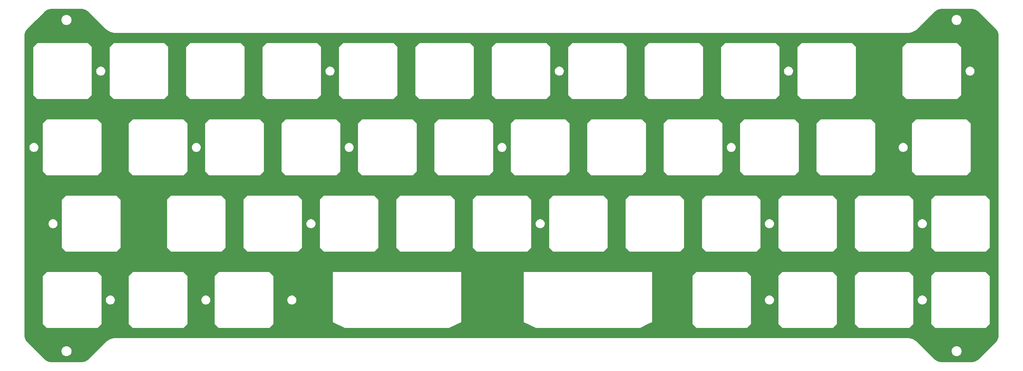
<source format=gbr>
%TF.GenerationSoftware,KiCad,Pcbnew,(7.0.0)*%
%TF.CreationDate,2024-05-04T22:15:04+02:00*%
%TF.ProjectId,plate split,706c6174-6520-4737-906c-69742e6b6963,rev?*%
%TF.SameCoordinates,Original*%
%TF.FileFunction,Copper,L2,Bot*%
%TF.FilePolarity,Positive*%
%FSLAX46Y46*%
G04 Gerber Fmt 4.6, Leading zero omitted, Abs format (unit mm)*
G04 Created by KiCad (PCBNEW (7.0.0)) date 2024-05-04 22:15:04*
%MOMM*%
%LPD*%
G01*
G04 APERTURE LIST*
G04 APERTURE END LIST*
%TA.AperFunction,Conductor*%
%TO.N,GND*%
G36*
X37207092Y-15431944D02*
G01*
X37256673Y-15434729D01*
X37257255Y-15434765D01*
X37518834Y-15451911D01*
X37531464Y-15453393D01*
X37650357Y-15473594D01*
X37653738Y-15474218D01*
X37841356Y-15511538D01*
X37851470Y-15513996D01*
X37979133Y-15550775D01*
X37984641Y-15552503D01*
X38154889Y-15610295D01*
X38155275Y-15610426D01*
X38162868Y-15613284D01*
X38204432Y-15630500D01*
X38288138Y-15665172D01*
X38295492Y-15668504D01*
X38457127Y-15748213D01*
X38462247Y-15750889D01*
X38578507Y-15815143D01*
X38587415Y-15820567D01*
X38746483Y-15926852D01*
X38749306Y-15928796D01*
X38847645Y-15998570D01*
X38857643Y-16006468D01*
X39054372Y-16178994D01*
X39055238Y-16179761D01*
X39092210Y-16212800D01*
X39097266Y-16217580D01*
X43234783Y-20355097D01*
X43234764Y-20355115D01*
X43234900Y-20355226D01*
X43234906Y-20355220D01*
X43234907Y-20355221D01*
X43234907Y-20355220D01*
X43234977Y-20355290D01*
X43234978Y-20355290D01*
X43348381Y-20468693D01*
X43350442Y-20470422D01*
X43350446Y-20470426D01*
X43507679Y-20602359D01*
X43594245Y-20674996D01*
X43724529Y-20766221D01*
X43854944Y-20857538D01*
X43854951Y-20857542D01*
X43857154Y-20859085D01*
X44135106Y-21019561D01*
X44425987Y-21155200D01*
X44727582Y-21264973D01*
X45037597Y-21348042D01*
X45353672Y-21403775D01*
X45673402Y-21431749D01*
X45833774Y-21431749D01*
X45833778Y-21431749D01*
X45833779Y-21431750D01*
X45833878Y-21431750D01*
X243090622Y-21431750D01*
X243091071Y-21431750D01*
X243091221Y-21431750D01*
X243091267Y-21431730D01*
X243091385Y-21431719D01*
X243268855Y-21431732D01*
X243622664Y-21397457D01*
X243971516Y-21329210D01*
X244312158Y-21227628D01*
X244641411Y-21093657D01*
X244956204Y-20928548D01*
X245253601Y-20733842D01*
X245530828Y-20511353D01*
X245657050Y-20388237D01*
X245657935Y-20387374D01*
X245657990Y-20387319D01*
X245657995Y-20387319D01*
X245658099Y-20387214D01*
X245658418Y-20386904D01*
X245659713Y-20388237D01*
X245659731Y-20388216D01*
X245658414Y-20386899D01*
X247651485Y-18393828D01*
X247864063Y-18181250D01*
X254150845Y-18181250D01*
X254151317Y-18186645D01*
X254169442Y-18393828D01*
X254169443Y-18393835D01*
X254169915Y-18399227D01*
X254171314Y-18404449D01*
X254171316Y-18404459D01*
X254225146Y-18605352D01*
X254226547Y-18610580D01*
X254228831Y-18615479D01*
X254228834Y-18615486D01*
X254316733Y-18803986D01*
X254316736Y-18803992D01*
X254319020Y-18808889D01*
X254322119Y-18813316D01*
X254322121Y-18813318D01*
X254441418Y-18983692D01*
X254441421Y-18983696D01*
X254444524Y-18988127D01*
X254599245Y-19142848D01*
X254778483Y-19268352D01*
X254976792Y-19360825D01*
X255134644Y-19403121D01*
X255182912Y-19416055D01*
X255182913Y-19416055D01*
X255188145Y-19417457D01*
X255406122Y-19436527D01*
X255624099Y-19417457D01*
X255835452Y-19360825D01*
X256033761Y-19268352D01*
X256212999Y-19142848D01*
X256367720Y-18988127D01*
X256493224Y-18808889D01*
X256585697Y-18610580D01*
X256642329Y-18399227D01*
X256661399Y-18181250D01*
X256642329Y-17963273D01*
X256585697Y-17751920D01*
X256493224Y-17553612D01*
X256367720Y-17374373D01*
X256212999Y-17219652D01*
X256208568Y-17216549D01*
X256208564Y-17216546D01*
X256038190Y-17097249D01*
X256038188Y-17097247D01*
X256033761Y-17094148D01*
X256028864Y-17091864D01*
X256028858Y-17091861D01*
X255840358Y-17003962D01*
X255840351Y-17003959D01*
X255835452Y-17001675D01*
X255830225Y-17000274D01*
X255830224Y-17000274D01*
X255629331Y-16946444D01*
X255629321Y-16946442D01*
X255624099Y-16945043D01*
X255618707Y-16944571D01*
X255618700Y-16944570D01*
X255411517Y-16926445D01*
X255406122Y-16925973D01*
X255400727Y-16926445D01*
X255193543Y-16944570D01*
X255193534Y-16944571D01*
X255188145Y-16945043D01*
X255182924Y-16946441D01*
X255182912Y-16946444D01*
X254982019Y-17000274D01*
X254982014Y-17000275D01*
X254976792Y-17001675D01*
X254971896Y-17003957D01*
X254971885Y-17003962D01*
X254783394Y-17091858D01*
X254783390Y-17091860D01*
X254778484Y-17094148D01*
X254774051Y-17097251D01*
X254774044Y-17097256D01*
X254603680Y-17216546D01*
X254603675Y-17216549D01*
X254599245Y-17219652D01*
X254595421Y-17223475D01*
X254595415Y-17223481D01*
X254448353Y-17370543D01*
X254448347Y-17370549D01*
X254444524Y-17374373D01*
X254441421Y-17378803D01*
X254441418Y-17378808D01*
X254322128Y-17549172D01*
X254322123Y-17549179D01*
X254319020Y-17553612D01*
X254316732Y-17558518D01*
X254316730Y-17558522D01*
X254228834Y-17747013D01*
X254228829Y-17747024D01*
X254226547Y-17751920D01*
X254225147Y-17757142D01*
X254225146Y-17757147D01*
X254171316Y-17958040D01*
X254171313Y-17958052D01*
X254169915Y-17963273D01*
X254169443Y-17968662D01*
X254169442Y-17968671D01*
X254151589Y-18172737D01*
X254150845Y-18181250D01*
X247864063Y-18181250D01*
X249827766Y-16217546D01*
X249832767Y-16212817D01*
X249870092Y-16179463D01*
X249870795Y-16178843D01*
X249902636Y-16150915D01*
X250067188Y-16006593D01*
X250077136Y-15998734D01*
X250176541Y-15928206D01*
X250179232Y-15926354D01*
X250337334Y-15820718D01*
X250346195Y-15815323D01*
X250463273Y-15750618D01*
X250468345Y-15747969D01*
X250629127Y-15668684D01*
X250636514Y-15665337D01*
X250640824Y-15663551D01*
X250762526Y-15613142D01*
X250770048Y-15610311D01*
X250939860Y-15552669D01*
X250945333Y-15550953D01*
X251073823Y-15513937D01*
X251083947Y-15511477D01*
X251270402Y-15474389D01*
X251273679Y-15473784D01*
X251393786Y-15453377D01*
X251406416Y-15451895D01*
X251664696Y-15434965D01*
X251665470Y-15434917D01*
X251718404Y-15431945D01*
X251725356Y-15431750D01*
X259087649Y-15431750D01*
X259094595Y-15431945D01*
X259096492Y-15432051D01*
X259143993Y-15434717D01*
X259144530Y-15434750D01*
X259406431Y-15451918D01*
X259419086Y-15453403D01*
X259537453Y-15473511D01*
X259540738Y-15474117D01*
X259689698Y-15503745D01*
X259729009Y-15511564D01*
X259739144Y-15514028D01*
X259798990Y-15531268D01*
X259866363Y-15550677D01*
X259871853Y-15552397D01*
X260042985Y-15610487D01*
X260050561Y-15613339D01*
X260175469Y-15665077D01*
X260182837Y-15668416D01*
X260344868Y-15748320D01*
X260349975Y-15750988D01*
X260465905Y-15815061D01*
X260474789Y-15820470D01*
X260634377Y-15927105D01*
X260637134Y-15929003D01*
X260735053Y-15998482D01*
X260745056Y-16006384D01*
X260886092Y-16130072D01*
X260942749Y-16179761D01*
X260942890Y-16179884D01*
X260943759Y-16180653D01*
X260979550Y-16212639D01*
X260984602Y-16217416D01*
X265119942Y-20352756D01*
X265124724Y-20357814D01*
X265157900Y-20394941D01*
X265158661Y-20395800D01*
X265220918Y-20466783D01*
X265330896Y-20592176D01*
X265338783Y-20602161D01*
X265352727Y-20621814D01*
X265409231Y-20701454D01*
X265411203Y-20704318D01*
X265516761Y-20862305D01*
X265522186Y-20871214D01*
X265586862Y-20988241D01*
X265589546Y-20993379D01*
X265668813Y-21154125D01*
X265672161Y-21161514D01*
X265724344Y-21287497D01*
X265727203Y-21295092D01*
X265784819Y-21464831D01*
X265786553Y-21470362D01*
X265823559Y-21598818D01*
X265826022Y-21608953D01*
X265863096Y-21795335D01*
X265863727Y-21798755D01*
X265884118Y-21918769D01*
X265885604Y-21931429D01*
X265902519Y-22189480D01*
X265902590Y-22190634D01*
X265905555Y-22243402D01*
X265905750Y-22250359D01*
X265905750Y-96812645D01*
X265905555Y-96819597D01*
X265902799Y-96868680D01*
X265902728Y-96869839D01*
X265885580Y-97131430D01*
X265884095Y-97144086D01*
X265863999Y-97262383D01*
X265863368Y-97265806D01*
X265825934Y-97454009D01*
X265823470Y-97464144D01*
X265786826Y-97591347D01*
X265785092Y-97596880D01*
X265727014Y-97767976D01*
X265724155Y-97775570D01*
X265672431Y-97900446D01*
X265669082Y-97907837D01*
X265589178Y-98069868D01*
X265586493Y-98075007D01*
X265522442Y-98190897D01*
X265517017Y-98199807D01*
X265410430Y-98359323D01*
X265408457Y-98362188D01*
X265339016Y-98460053D01*
X265331114Y-98470056D01*
X265157672Y-98667824D01*
X265156904Y-98668692D01*
X265124848Y-98704562D01*
X265120070Y-98709615D01*
X260984735Y-102844949D01*
X260979676Y-102849732D01*
X260942550Y-102882906D01*
X260941692Y-102883666D01*
X260745336Y-103055885D01*
X260735324Y-103063793D01*
X260636044Y-103134231D01*
X260633180Y-103136203D01*
X260475193Y-103241761D01*
X260466284Y-103247186D01*
X260349257Y-103311862D01*
X260344119Y-103314546D01*
X260183373Y-103393813D01*
X260175984Y-103397161D01*
X260050001Y-103449344D01*
X260042406Y-103452203D01*
X259872667Y-103509819D01*
X259867136Y-103511553D01*
X259738680Y-103548559D01*
X259728545Y-103551022D01*
X259542163Y-103588096D01*
X259538743Y-103588727D01*
X259418729Y-103609118D01*
X259406069Y-103610604D01*
X259148018Y-103627520D01*
X259146861Y-103627591D01*
X259094095Y-103630555D01*
X259087141Y-103630750D01*
X251724855Y-103630750D01*
X251717904Y-103630555D01*
X251668819Y-103627799D01*
X251667659Y-103627728D01*
X251406068Y-103610580D01*
X251393412Y-103609095D01*
X251275115Y-103588999D01*
X251271692Y-103588368D01*
X251083489Y-103550934D01*
X251073354Y-103548470D01*
X250946151Y-103511826D01*
X250940618Y-103510092D01*
X250769522Y-103452014D01*
X250761928Y-103449155D01*
X250637052Y-103397431D01*
X250629661Y-103394082D01*
X250467630Y-103314178D01*
X250462491Y-103311493D01*
X250346601Y-103247442D01*
X250337697Y-103242020D01*
X250178153Y-103135414D01*
X250175335Y-103133474D01*
X250077573Y-103064107D01*
X250077445Y-103064016D01*
X250067442Y-103056114D01*
X249924314Y-102930591D01*
X249869524Y-102882540D01*
X249868840Y-102881935D01*
X249832928Y-102849841D01*
X249827893Y-102845080D01*
X247864063Y-100881250D01*
X254151101Y-100881250D01*
X254151573Y-100886645D01*
X254169698Y-101093828D01*
X254169699Y-101093835D01*
X254170171Y-101099227D01*
X254171570Y-101104449D01*
X254171572Y-101104459D01*
X254225402Y-101305352D01*
X254226803Y-101310580D01*
X254229087Y-101315479D01*
X254229090Y-101315486D01*
X254316989Y-101503986D01*
X254316992Y-101503992D01*
X254319276Y-101508889D01*
X254322375Y-101513316D01*
X254322377Y-101513318D01*
X254441674Y-101683692D01*
X254441677Y-101683696D01*
X254444780Y-101688127D01*
X254599501Y-101842848D01*
X254778739Y-101968352D01*
X254977048Y-102060825D01*
X255134900Y-102103121D01*
X255183168Y-102116055D01*
X255183169Y-102116055D01*
X255188401Y-102117457D01*
X255406378Y-102136527D01*
X255624355Y-102117457D01*
X255835708Y-102060825D01*
X256034017Y-101968352D01*
X256213255Y-101842848D01*
X256367976Y-101688127D01*
X256493480Y-101508889D01*
X256585953Y-101310580D01*
X256642585Y-101099227D01*
X256661655Y-100881250D01*
X256642585Y-100663273D01*
X256585953Y-100451920D01*
X256493480Y-100253612D01*
X256367976Y-100074373D01*
X256213255Y-99919652D01*
X256208824Y-99916549D01*
X256208820Y-99916546D01*
X256038446Y-99797249D01*
X256038444Y-99797247D01*
X256034017Y-99794148D01*
X256029120Y-99791864D01*
X256029114Y-99791861D01*
X255840614Y-99703962D01*
X255840607Y-99703959D01*
X255835708Y-99701675D01*
X255830481Y-99700274D01*
X255830480Y-99700274D01*
X255629587Y-99646444D01*
X255629577Y-99646442D01*
X255624355Y-99645043D01*
X255618963Y-99644571D01*
X255618956Y-99644570D01*
X255411773Y-99626445D01*
X255406378Y-99625973D01*
X255400983Y-99626445D01*
X255193799Y-99644570D01*
X255193790Y-99644571D01*
X255188401Y-99645043D01*
X255183180Y-99646441D01*
X255183168Y-99646444D01*
X254982275Y-99700274D01*
X254982270Y-99700275D01*
X254977048Y-99701675D01*
X254972152Y-99703957D01*
X254972141Y-99703962D01*
X254783650Y-99791858D01*
X254783646Y-99791860D01*
X254778740Y-99794148D01*
X254774307Y-99797251D01*
X254774300Y-99797256D01*
X254603936Y-99916546D01*
X254603931Y-99916549D01*
X254599501Y-99919652D01*
X254595677Y-99923475D01*
X254595671Y-99923481D01*
X254448609Y-100070543D01*
X254448603Y-100070549D01*
X254444780Y-100074373D01*
X254441677Y-100078803D01*
X254441674Y-100078808D01*
X254322384Y-100249172D01*
X254322379Y-100249179D01*
X254319276Y-100253612D01*
X254316988Y-100258518D01*
X254316986Y-100258522D01*
X254229090Y-100447013D01*
X254229085Y-100447024D01*
X254226803Y-100451920D01*
X254225403Y-100457142D01*
X254225402Y-100457147D01*
X254171572Y-100658040D01*
X254171569Y-100658052D01*
X254170171Y-100663273D01*
X254169699Y-100668662D01*
X254169698Y-100668671D01*
X254151845Y-100872737D01*
X254151101Y-100881250D01*
X247864063Y-100881250D01*
X245690124Y-98707311D01*
X245690096Y-98707274D01*
X245690101Y-98707271D01*
X245576628Y-98593796D01*
X245330766Y-98387489D01*
X245067858Y-98203397D01*
X244845481Y-98075007D01*
X244792254Y-98044276D01*
X244792250Y-98044274D01*
X244789905Y-98042920D01*
X244499023Y-97907280D01*
X244496498Y-97906361D01*
X244496486Y-97906356D01*
X244199973Y-97798436D01*
X244199965Y-97798433D01*
X244197425Y-97797509D01*
X244194811Y-97796808D01*
X244194806Y-97796807D01*
X243890033Y-97715146D01*
X243890025Y-97715144D01*
X243887408Y-97714443D01*
X243884741Y-97713972D01*
X243884724Y-97713969D01*
X243574004Y-97659186D01*
X243573993Y-97659184D01*
X243571330Y-97658715D01*
X243568636Y-97658479D01*
X243568626Y-97658478D01*
X243254301Y-97630983D01*
X243254290Y-97630982D01*
X243251598Y-97630747D01*
X243248888Y-97630747D01*
X243091122Y-97630750D01*
X45833985Y-97630750D01*
X45833878Y-97630736D01*
X45833878Y-97630721D01*
X45833765Y-97630721D01*
X45676109Y-97630721D01*
X45676086Y-97630721D01*
X45673401Y-97630722D01*
X45670706Y-97630957D01*
X45670701Y-97630958D01*
X45356365Y-97658461D01*
X45356360Y-97658461D01*
X45353670Y-97658697D01*
X45351025Y-97659163D01*
X45351005Y-97659166D01*
X45040246Y-97713964D01*
X45040241Y-97713964D01*
X45037593Y-97714432D01*
X45034998Y-97715127D01*
X45034995Y-97715128D01*
X44730176Y-97796806D01*
X44730163Y-97796809D01*
X44727577Y-97797503D01*
X44725062Y-97798418D01*
X44725041Y-97798425D01*
X44428529Y-97906351D01*
X44428517Y-97906355D01*
X44425981Y-97907279D01*
X44423548Y-97908413D01*
X44423530Y-97908421D01*
X44137547Y-98041780D01*
X44137530Y-98041788D01*
X44135100Y-98042922D01*
X44132763Y-98044270D01*
X44132752Y-98044277D01*
X43859501Y-98202043D01*
X43859483Y-98202054D01*
X43857149Y-98203402D01*
X43854952Y-98204939D01*
X43854929Y-98204955D01*
X43596454Y-98385946D01*
X43596437Y-98385958D01*
X43594242Y-98387496D01*
X43592181Y-98389225D01*
X43592175Y-98389230D01*
X43470398Y-98491416D01*
X43348380Y-98593804D01*
X43346479Y-98595704D01*
X43346467Y-98595716D01*
X43235065Y-98707121D01*
X43234554Y-98707632D01*
X39097237Y-102844947D01*
X39092182Y-102849726D01*
X39055722Y-102882308D01*
X39054848Y-102883082D01*
X38857402Y-103056213D01*
X38847407Y-103064107D01*
X38750256Y-103133042D01*
X38747391Y-103135015D01*
X38587095Y-103242125D01*
X38578186Y-103247550D01*
X38462863Y-103311290D01*
X38457726Y-103313975D01*
X38295071Y-103394191D01*
X38287679Y-103397541D01*
X38163327Y-103449051D01*
X38155733Y-103451909D01*
X37983999Y-103510207D01*
X37978468Y-103511941D01*
X37851846Y-103548422D01*
X37841709Y-103550886D01*
X37652663Y-103588491D01*
X37649245Y-103589122D01*
X37531786Y-103609082D01*
X37519123Y-103610568D01*
X37254387Y-103627921D01*
X37253233Y-103627992D01*
X37210121Y-103630414D01*
X37207617Y-103630555D01*
X37200663Y-103630750D01*
X29837360Y-103630750D01*
X29830407Y-103630555D01*
X29824259Y-103630209D01*
X29781079Y-103627784D01*
X29779923Y-103627713D01*
X29518681Y-103610589D01*
X29506020Y-103609103D01*
X29387161Y-103588907D01*
X29383741Y-103588276D01*
X29196154Y-103550962D01*
X29186018Y-103548499D01*
X29058377Y-103511726D01*
X29052846Y-103509991D01*
X28882223Y-103452072D01*
X28874630Y-103449214D01*
X28749374Y-103397332D01*
X28741982Y-103393983D01*
X28580380Y-103314289D01*
X28575243Y-103311605D01*
X28458991Y-103247355D01*
X28450082Y-103241930D01*
X28291037Y-103135661D01*
X28288172Y-103133688D01*
X28189859Y-103063932D01*
X28179855Y-103056030D01*
X27983126Y-102883504D01*
X27982260Y-102882737D01*
X27945280Y-102849691D01*
X27940224Y-102844911D01*
X25976563Y-100881250D01*
X32263601Y-100881250D01*
X32264073Y-100886645D01*
X32282198Y-101093828D01*
X32282199Y-101093835D01*
X32282671Y-101099227D01*
X32284070Y-101104449D01*
X32284072Y-101104459D01*
X32337902Y-101305352D01*
X32339303Y-101310580D01*
X32341587Y-101315479D01*
X32341590Y-101315486D01*
X32429489Y-101503986D01*
X32429492Y-101503992D01*
X32431776Y-101508889D01*
X32434875Y-101513316D01*
X32434877Y-101513318D01*
X32554174Y-101683692D01*
X32554177Y-101683696D01*
X32557280Y-101688127D01*
X32712001Y-101842848D01*
X32891239Y-101968352D01*
X33089548Y-102060825D01*
X33247400Y-102103121D01*
X33295668Y-102116055D01*
X33295669Y-102116055D01*
X33300901Y-102117457D01*
X33518878Y-102136527D01*
X33736855Y-102117457D01*
X33948208Y-102060825D01*
X34146517Y-101968352D01*
X34325755Y-101842848D01*
X34480476Y-101688127D01*
X34605980Y-101508889D01*
X34698453Y-101310580D01*
X34755085Y-101099227D01*
X34774155Y-100881250D01*
X34755085Y-100663273D01*
X34698453Y-100451920D01*
X34605980Y-100253612D01*
X34480476Y-100074373D01*
X34325755Y-99919652D01*
X34321324Y-99916549D01*
X34321320Y-99916546D01*
X34150946Y-99797249D01*
X34150944Y-99797247D01*
X34146517Y-99794148D01*
X34141620Y-99791864D01*
X34141614Y-99791861D01*
X33953114Y-99703962D01*
X33953107Y-99703959D01*
X33948208Y-99701675D01*
X33942981Y-99700274D01*
X33942980Y-99700274D01*
X33742087Y-99646444D01*
X33742077Y-99646442D01*
X33736855Y-99645043D01*
X33731463Y-99644571D01*
X33731456Y-99644570D01*
X33524273Y-99626445D01*
X33518878Y-99625973D01*
X33513483Y-99626445D01*
X33306299Y-99644570D01*
X33306290Y-99644571D01*
X33300901Y-99645043D01*
X33295680Y-99646441D01*
X33295668Y-99646444D01*
X33094775Y-99700274D01*
X33094770Y-99700275D01*
X33089548Y-99701675D01*
X33084652Y-99703957D01*
X33084641Y-99703962D01*
X32896150Y-99791858D01*
X32896146Y-99791860D01*
X32891240Y-99794148D01*
X32886807Y-99797251D01*
X32886800Y-99797256D01*
X32716436Y-99916546D01*
X32716431Y-99916549D01*
X32712001Y-99919652D01*
X32708177Y-99923475D01*
X32708171Y-99923481D01*
X32561109Y-100070543D01*
X32561103Y-100070549D01*
X32557280Y-100074373D01*
X32554177Y-100078803D01*
X32554174Y-100078808D01*
X32434884Y-100249172D01*
X32434879Y-100249179D01*
X32431776Y-100253612D01*
X32429488Y-100258518D01*
X32429486Y-100258522D01*
X32341590Y-100447013D01*
X32341585Y-100447024D01*
X32339303Y-100451920D01*
X32337903Y-100457142D01*
X32337902Y-100457147D01*
X32284072Y-100658040D01*
X32284069Y-100658052D01*
X32282671Y-100663273D01*
X32282199Y-100668662D01*
X32282198Y-100668671D01*
X32264345Y-100872737D01*
X32263601Y-100881250D01*
X25976563Y-100881250D01*
X23805051Y-98709737D01*
X23800291Y-98704703D01*
X23767226Y-98667703D01*
X23766792Y-98667212D01*
X23593946Y-98470116D01*
X23586055Y-98460125D01*
X23516350Y-98361883D01*
X23514406Y-98359061D01*
X23408052Y-98199889D01*
X23402634Y-98190992D01*
X23365622Y-98124024D01*
X23338407Y-98074782D01*
X23335731Y-98069660D01*
X23333520Y-98065176D01*
X23255993Y-97907968D01*
X23252660Y-97900612D01*
X23200790Y-97775387D01*
X23197942Y-97767819D01*
X23139988Y-97597094D01*
X23138265Y-97591599D01*
X23101499Y-97463984D01*
X23099046Y-97453886D01*
X23061699Y-97266138D01*
X23061085Y-97262808D01*
X23040895Y-97143983D01*
X23039413Y-97131351D01*
X23022271Y-96869839D01*
X23022207Y-96868793D01*
X23019445Y-96819611D01*
X23019250Y-96812658D01*
X23019250Y-94106250D01*
X27624458Y-94106250D01*
X27624576Y-94106533D01*
X27624617Y-94106633D01*
X27624715Y-94106673D01*
X28624575Y-95106532D01*
X28624617Y-95106633D01*
X28624717Y-95106674D01*
X28625000Y-95106792D01*
X28625101Y-95106750D01*
X41224899Y-95106750D01*
X41225000Y-95106792D01*
X41225284Y-95106674D01*
X41225284Y-95106673D01*
X41225383Y-95106633D01*
X41225423Y-95106534D01*
X42225282Y-94106674D01*
X42225383Y-94106633D01*
X42225440Y-94106493D01*
X42225542Y-94106250D01*
X49055708Y-94106250D01*
X49055826Y-94106533D01*
X49055867Y-94106633D01*
X49055965Y-94106673D01*
X50055825Y-95106532D01*
X50055867Y-95106633D01*
X50055967Y-95106674D01*
X50056250Y-95106792D01*
X50056351Y-95106750D01*
X62656149Y-95106750D01*
X62656250Y-95106792D01*
X62656534Y-95106674D01*
X62656534Y-95106673D01*
X62656633Y-95106633D01*
X62656673Y-95106534D01*
X63656532Y-94106674D01*
X63656633Y-94106633D01*
X63656690Y-94106493D01*
X63656792Y-94106250D01*
X70486958Y-94106250D01*
X70487076Y-94106533D01*
X70487117Y-94106633D01*
X70487215Y-94106673D01*
X71487075Y-95106532D01*
X71487117Y-95106633D01*
X71487217Y-95106674D01*
X71487500Y-95106792D01*
X71487601Y-95106750D01*
X84087399Y-95106750D01*
X84087500Y-95106792D01*
X84087784Y-95106674D01*
X84087784Y-95106673D01*
X84087883Y-95106633D01*
X84087923Y-95106534D01*
X85087782Y-94106674D01*
X85087883Y-94106633D01*
X85087940Y-94106493D01*
X85088042Y-94106250D01*
X85088000Y-94106149D01*
X85088000Y-88106250D01*
X88565907Y-88106250D01*
X88585111Y-88313491D01*
X88586680Y-88319005D01*
X88640498Y-88508159D01*
X88640501Y-88508167D01*
X88642068Y-88513674D01*
X88644620Y-88518800D01*
X88644622Y-88518804D01*
X88732284Y-88694853D01*
X88732286Y-88694857D01*
X88734839Y-88699983D01*
X88738292Y-88704555D01*
X88856806Y-88861495D01*
X88856811Y-88861500D01*
X88860264Y-88866073D01*
X88864504Y-88869938D01*
X89009837Y-89002427D01*
X89009840Y-89002429D01*
X89014073Y-89006288D01*
X89191027Y-89115854D01*
X89385101Y-89191038D01*
X89589686Y-89229282D01*
X89792085Y-89229282D01*
X89797814Y-89229282D01*
X90002399Y-89191038D01*
X90196473Y-89115854D01*
X90373427Y-89006288D01*
X90527236Y-88866073D01*
X90652661Y-88699983D01*
X90745432Y-88513674D01*
X90802389Y-88313491D01*
X90821593Y-88106250D01*
X90802389Y-87899009D01*
X90745432Y-87698826D01*
X90652661Y-87512517D01*
X90588978Y-87428187D01*
X90530693Y-87351004D01*
X90530689Y-87351000D01*
X90527236Y-87346427D01*
X90378514Y-87210849D01*
X90377662Y-87210072D01*
X90377657Y-87210068D01*
X90373427Y-87206212D01*
X90368561Y-87203199D01*
X90368557Y-87203196D01*
X90201344Y-87099662D01*
X90201343Y-87099661D01*
X90196473Y-87096646D01*
X90191135Y-87094578D01*
X90191131Y-87094576D01*
X90007746Y-87023533D01*
X90007741Y-87023531D01*
X90002399Y-87021462D01*
X89996761Y-87020408D01*
X89803443Y-86984270D01*
X89803440Y-86984269D01*
X89797814Y-86983218D01*
X89589686Y-86983218D01*
X89584060Y-86984269D01*
X89584056Y-86984270D01*
X89390738Y-87020408D01*
X89390735Y-87020408D01*
X89385101Y-87021462D01*
X89379760Y-87023530D01*
X89379753Y-87023533D01*
X89196368Y-87094576D01*
X89196359Y-87094580D01*
X89191027Y-87096646D01*
X89186160Y-87099659D01*
X89186155Y-87099662D01*
X89018942Y-87203196D01*
X89018933Y-87203202D01*
X89014073Y-87206212D01*
X89009847Y-87210064D01*
X89009837Y-87210072D01*
X88864504Y-87342561D01*
X88864499Y-87342565D01*
X88860264Y-87346427D01*
X88856815Y-87350993D01*
X88856806Y-87351004D01*
X88738292Y-87507944D01*
X88734839Y-87512517D01*
X88732289Y-87517637D01*
X88732284Y-87517646D01*
X88644622Y-87693695D01*
X88644618Y-87693703D01*
X88642068Y-87698826D01*
X88640502Y-87704329D01*
X88640498Y-87704340D01*
X88586680Y-87893494D01*
X88585111Y-87899009D01*
X88565907Y-88106250D01*
X85088000Y-88106250D01*
X85088000Y-82106351D01*
X85088042Y-82106250D01*
X85087924Y-82105967D01*
X85087883Y-82105867D01*
X85087782Y-82105825D01*
X84088208Y-81106250D01*
X99886959Y-81106250D01*
X99887000Y-81106349D01*
X99887000Y-88106151D01*
X99887000Y-93606228D01*
X99886986Y-93606421D01*
X99887068Y-93606516D01*
X99887117Y-93606633D01*
X99887294Y-93606706D01*
X102887109Y-95106614D01*
X102887117Y-95106633D01*
X102887287Y-95106703D01*
X102887365Y-95106742D01*
X102887385Y-95106743D01*
X102887401Y-95106750D01*
X102887476Y-95106750D01*
X102887671Y-95106764D01*
X102887687Y-95106750D01*
X128887313Y-95106750D01*
X128887329Y-95106764D01*
X128887515Y-95106750D01*
X128887599Y-95106750D01*
X128887617Y-95106742D01*
X128887635Y-95106741D01*
X128887701Y-95106707D01*
X128887883Y-95106633D01*
X128887891Y-95106612D01*
X131887705Y-93606706D01*
X131887883Y-93606633D01*
X131887931Y-93606516D01*
X131888014Y-93606421D01*
X131888000Y-93606228D01*
X131888000Y-88106151D01*
X131888000Y-81106349D01*
X131888041Y-81106250D01*
X147511959Y-81106250D01*
X147512000Y-81106349D01*
X147512000Y-88106151D01*
X147512000Y-93606228D01*
X147511986Y-93606421D01*
X147512068Y-93606516D01*
X147512117Y-93606633D01*
X147512294Y-93606706D01*
X150512109Y-95106614D01*
X150512117Y-95106633D01*
X150512287Y-95106703D01*
X150512365Y-95106742D01*
X150512385Y-95106743D01*
X150512401Y-95106750D01*
X150512476Y-95106750D01*
X150512671Y-95106764D01*
X150512687Y-95106750D01*
X176512313Y-95106750D01*
X176512329Y-95106764D01*
X176512515Y-95106750D01*
X176512599Y-95106750D01*
X176512617Y-95106742D01*
X176512635Y-95106741D01*
X176512701Y-95106707D01*
X176512883Y-95106633D01*
X176512891Y-95106612D01*
X178513616Y-94106250D01*
X189549458Y-94106250D01*
X189549576Y-94106533D01*
X189549617Y-94106633D01*
X189549715Y-94106673D01*
X190549575Y-95106532D01*
X190549617Y-95106633D01*
X190549717Y-95106674D01*
X190550000Y-95106792D01*
X190550101Y-95106750D01*
X203149899Y-95106750D01*
X203150000Y-95106792D01*
X203150284Y-95106674D01*
X203150284Y-95106673D01*
X203150383Y-95106633D01*
X203150423Y-95106534D01*
X204150282Y-94106674D01*
X204150383Y-94106633D01*
X204150440Y-94106493D01*
X204150542Y-94106250D01*
X210980708Y-94106250D01*
X210980826Y-94106533D01*
X210980867Y-94106633D01*
X210980965Y-94106673D01*
X211980825Y-95106532D01*
X211980867Y-95106633D01*
X211980967Y-95106674D01*
X211981250Y-95106792D01*
X211981351Y-95106750D01*
X224581149Y-95106750D01*
X224581250Y-95106792D01*
X224581534Y-95106674D01*
X224581534Y-95106673D01*
X224581633Y-95106633D01*
X224581673Y-95106534D01*
X225581532Y-94106674D01*
X225581633Y-94106633D01*
X225581690Y-94106493D01*
X225581792Y-94106250D01*
X230030708Y-94106250D01*
X230030826Y-94106533D01*
X230030867Y-94106633D01*
X230030965Y-94106673D01*
X231030825Y-95106532D01*
X231030867Y-95106633D01*
X231030967Y-95106674D01*
X231031250Y-95106792D01*
X231031351Y-95106750D01*
X243631149Y-95106750D01*
X243631250Y-95106792D01*
X243631534Y-95106674D01*
X243631534Y-95106673D01*
X243631633Y-95106633D01*
X243631673Y-95106534D01*
X244631532Y-94106674D01*
X244631633Y-94106633D01*
X244631690Y-94106493D01*
X244631792Y-94106250D01*
X249080708Y-94106250D01*
X249080826Y-94106533D01*
X249080867Y-94106633D01*
X249080965Y-94106673D01*
X250080825Y-95106532D01*
X250080867Y-95106633D01*
X250080967Y-95106674D01*
X250081250Y-95106792D01*
X250081351Y-95106750D01*
X262681149Y-95106750D01*
X262681250Y-95106792D01*
X262681534Y-95106674D01*
X262681534Y-95106673D01*
X262681633Y-95106633D01*
X262681673Y-95106534D01*
X263681532Y-94106674D01*
X263681633Y-94106633D01*
X263681690Y-94106493D01*
X263681792Y-94106250D01*
X263681750Y-94106149D01*
X263681750Y-82106351D01*
X263681792Y-82106250D01*
X263681674Y-82105967D01*
X263681633Y-82105867D01*
X263681532Y-82105825D01*
X262681673Y-81105965D01*
X262681633Y-81105867D01*
X262681534Y-81105826D01*
X262681250Y-81105708D01*
X262681149Y-81105750D01*
X250081351Y-81105750D01*
X250081250Y-81105708D01*
X250081006Y-81105809D01*
X250080867Y-81105867D01*
X250080825Y-81105967D01*
X250072546Y-81114245D01*
X250072540Y-81114250D01*
X249089310Y-82097479D01*
X249089305Y-82097485D01*
X249080965Y-82105826D01*
X249080867Y-82105867D01*
X249080826Y-82105965D01*
X249080826Y-82105966D01*
X249080708Y-82106250D01*
X249080750Y-82106351D01*
X249080750Y-94106149D01*
X249080708Y-94106250D01*
X244631792Y-94106250D01*
X244631750Y-94106149D01*
X244631750Y-88106250D01*
X245728407Y-88106250D01*
X245747611Y-88313491D01*
X245749180Y-88319005D01*
X245802998Y-88508159D01*
X245803001Y-88508167D01*
X245804568Y-88513674D01*
X245807120Y-88518800D01*
X245807122Y-88518804D01*
X245894784Y-88694853D01*
X245894786Y-88694857D01*
X245897339Y-88699983D01*
X245900792Y-88704555D01*
X246019306Y-88861495D01*
X246019311Y-88861500D01*
X246022764Y-88866073D01*
X246027004Y-88869938D01*
X246172337Y-89002427D01*
X246172340Y-89002429D01*
X246176573Y-89006288D01*
X246353527Y-89115854D01*
X246547601Y-89191038D01*
X246752186Y-89229282D01*
X246954585Y-89229282D01*
X246960314Y-89229282D01*
X247164899Y-89191038D01*
X247358973Y-89115854D01*
X247535927Y-89006288D01*
X247689736Y-88866073D01*
X247815161Y-88699983D01*
X247907932Y-88513674D01*
X247964889Y-88313491D01*
X247984093Y-88106250D01*
X247964889Y-87899009D01*
X247907932Y-87698826D01*
X247815161Y-87512517D01*
X247751478Y-87428187D01*
X247693193Y-87351004D01*
X247693189Y-87351000D01*
X247689736Y-87346427D01*
X247541014Y-87210849D01*
X247540162Y-87210072D01*
X247540157Y-87210068D01*
X247535927Y-87206212D01*
X247531061Y-87203199D01*
X247531057Y-87203196D01*
X247363844Y-87099662D01*
X247363843Y-87099661D01*
X247358973Y-87096646D01*
X247353635Y-87094578D01*
X247353631Y-87094576D01*
X247170246Y-87023533D01*
X247170241Y-87023531D01*
X247164899Y-87021462D01*
X247159261Y-87020408D01*
X246965943Y-86984270D01*
X246965940Y-86984269D01*
X246960314Y-86983218D01*
X246752186Y-86983218D01*
X246746560Y-86984269D01*
X246746556Y-86984270D01*
X246553238Y-87020408D01*
X246553235Y-87020408D01*
X246547601Y-87021462D01*
X246542260Y-87023530D01*
X246542253Y-87023533D01*
X246358868Y-87094576D01*
X246358859Y-87094580D01*
X246353527Y-87096646D01*
X246348660Y-87099659D01*
X246348655Y-87099662D01*
X246181442Y-87203196D01*
X246181433Y-87203202D01*
X246176573Y-87206212D01*
X246172347Y-87210064D01*
X246172337Y-87210072D01*
X246027004Y-87342561D01*
X246026999Y-87342565D01*
X246022764Y-87346427D01*
X246019315Y-87350993D01*
X246019306Y-87351004D01*
X245900792Y-87507944D01*
X245897339Y-87512517D01*
X245894789Y-87517637D01*
X245894784Y-87517646D01*
X245807122Y-87693695D01*
X245807118Y-87693703D01*
X245804568Y-87698826D01*
X245803002Y-87704329D01*
X245802998Y-87704340D01*
X245749180Y-87893494D01*
X245747611Y-87899009D01*
X245728407Y-88106250D01*
X244631750Y-88106250D01*
X244631750Y-82106351D01*
X244631792Y-82106250D01*
X244631674Y-82105967D01*
X244631633Y-82105867D01*
X244631532Y-82105825D01*
X243631673Y-81105965D01*
X243631633Y-81105867D01*
X243631534Y-81105826D01*
X243631250Y-81105708D01*
X243631149Y-81105750D01*
X231031351Y-81105750D01*
X231031250Y-81105708D01*
X231031006Y-81105809D01*
X231030867Y-81105867D01*
X231030825Y-81105967D01*
X231022546Y-81114245D01*
X231022540Y-81114250D01*
X230039310Y-82097479D01*
X230039305Y-82097485D01*
X230030965Y-82105826D01*
X230030867Y-82105867D01*
X230030826Y-82105965D01*
X230030826Y-82105966D01*
X230030708Y-82106250D01*
X230030750Y-82106351D01*
X230030750Y-94106149D01*
X230030708Y-94106250D01*
X225581792Y-94106250D01*
X225581750Y-94106149D01*
X225581750Y-82106351D01*
X225581792Y-82106250D01*
X225581674Y-82105967D01*
X225581633Y-82105867D01*
X225581532Y-82105825D01*
X224581673Y-81105965D01*
X224581633Y-81105867D01*
X224581534Y-81105826D01*
X224581250Y-81105708D01*
X224581149Y-81105750D01*
X211981351Y-81105750D01*
X211981250Y-81105708D01*
X211981006Y-81105809D01*
X211980867Y-81105867D01*
X211980825Y-81105967D01*
X211972546Y-81114245D01*
X211972540Y-81114250D01*
X210989310Y-82097479D01*
X210989305Y-82097485D01*
X210980965Y-82105826D01*
X210980867Y-82105867D01*
X210980826Y-82105965D01*
X210980826Y-82105966D01*
X210980708Y-82106250D01*
X210980750Y-82106351D01*
X210980750Y-94106149D01*
X210980708Y-94106250D01*
X204150542Y-94106250D01*
X204150500Y-94106149D01*
X204150500Y-88106250D01*
X207628407Y-88106250D01*
X207647611Y-88313491D01*
X207649180Y-88319005D01*
X207702998Y-88508159D01*
X207703001Y-88508167D01*
X207704568Y-88513674D01*
X207707120Y-88518800D01*
X207707122Y-88518804D01*
X207794784Y-88694853D01*
X207794786Y-88694857D01*
X207797339Y-88699983D01*
X207800792Y-88704555D01*
X207919306Y-88861495D01*
X207919311Y-88861500D01*
X207922764Y-88866073D01*
X207927004Y-88869938D01*
X208072337Y-89002427D01*
X208072340Y-89002429D01*
X208076573Y-89006288D01*
X208253527Y-89115854D01*
X208447601Y-89191038D01*
X208652186Y-89229282D01*
X208854585Y-89229282D01*
X208860314Y-89229282D01*
X209064899Y-89191038D01*
X209258973Y-89115854D01*
X209435927Y-89006288D01*
X209589736Y-88866073D01*
X209715161Y-88699983D01*
X209807932Y-88513674D01*
X209864889Y-88313491D01*
X209884093Y-88106250D01*
X209864889Y-87899009D01*
X209807932Y-87698826D01*
X209715161Y-87512517D01*
X209651478Y-87428187D01*
X209593193Y-87351004D01*
X209593189Y-87351000D01*
X209589736Y-87346427D01*
X209441014Y-87210849D01*
X209440162Y-87210072D01*
X209440157Y-87210068D01*
X209435927Y-87206212D01*
X209431061Y-87203199D01*
X209431057Y-87203196D01*
X209263844Y-87099662D01*
X209263843Y-87099661D01*
X209258973Y-87096646D01*
X209253635Y-87094578D01*
X209253631Y-87094576D01*
X209070246Y-87023533D01*
X209070241Y-87023531D01*
X209064899Y-87021462D01*
X209059261Y-87020408D01*
X208865943Y-86984270D01*
X208865940Y-86984269D01*
X208860314Y-86983218D01*
X208652186Y-86983218D01*
X208646560Y-86984269D01*
X208646556Y-86984270D01*
X208453238Y-87020408D01*
X208453235Y-87020408D01*
X208447601Y-87021462D01*
X208442260Y-87023530D01*
X208442253Y-87023533D01*
X208258868Y-87094576D01*
X208258859Y-87094580D01*
X208253527Y-87096646D01*
X208248660Y-87099659D01*
X208248655Y-87099662D01*
X208081442Y-87203196D01*
X208081433Y-87203202D01*
X208076573Y-87206212D01*
X208072347Y-87210064D01*
X208072337Y-87210072D01*
X207927004Y-87342561D01*
X207926999Y-87342565D01*
X207922764Y-87346427D01*
X207919315Y-87350993D01*
X207919306Y-87351004D01*
X207800792Y-87507944D01*
X207797339Y-87512517D01*
X207794789Y-87517637D01*
X207794784Y-87517646D01*
X207707122Y-87693695D01*
X207707118Y-87693703D01*
X207704568Y-87698826D01*
X207703002Y-87704329D01*
X207702998Y-87704340D01*
X207649180Y-87893494D01*
X207647611Y-87899009D01*
X207628407Y-88106250D01*
X204150500Y-88106250D01*
X204150500Y-82106351D01*
X204150542Y-82106250D01*
X204150424Y-82105967D01*
X204150383Y-82105867D01*
X204150282Y-82105825D01*
X203150423Y-81105965D01*
X203150383Y-81105867D01*
X203150284Y-81105826D01*
X203150000Y-81105708D01*
X203149899Y-81105750D01*
X190550101Y-81105750D01*
X190550000Y-81105708D01*
X190549756Y-81105809D01*
X190549617Y-81105867D01*
X190549575Y-81105967D01*
X190541296Y-81114245D01*
X190541290Y-81114250D01*
X189558060Y-82097479D01*
X189558055Y-82097485D01*
X189549715Y-82105826D01*
X189549617Y-82105867D01*
X189549576Y-82105965D01*
X189549576Y-82105966D01*
X189549458Y-82106250D01*
X189549500Y-82106351D01*
X189549500Y-94106149D01*
X189549458Y-94106250D01*
X178513616Y-94106250D01*
X179512705Y-93606706D01*
X179512883Y-93606633D01*
X179512931Y-93606516D01*
X179513014Y-93606421D01*
X179513000Y-93606228D01*
X179513000Y-88106151D01*
X179513000Y-81106349D01*
X179513041Y-81106250D01*
X179512883Y-81105867D01*
X179512882Y-81105866D01*
X179512500Y-81105709D01*
X179512401Y-81105750D01*
X147512599Y-81105750D01*
X147512500Y-81105709D01*
X147512117Y-81105866D01*
X147512117Y-81105867D01*
X147511959Y-81106250D01*
X131888041Y-81106250D01*
X131887883Y-81105867D01*
X131887882Y-81105866D01*
X131887500Y-81105709D01*
X131887401Y-81105750D01*
X99887599Y-81105750D01*
X99887500Y-81105709D01*
X99887117Y-81105866D01*
X99887117Y-81105867D01*
X99886959Y-81106250D01*
X84088208Y-81106250D01*
X84087923Y-81105965D01*
X84087883Y-81105867D01*
X84087784Y-81105826D01*
X84087500Y-81105708D01*
X84087399Y-81105750D01*
X71487601Y-81105750D01*
X71487500Y-81105708D01*
X71487256Y-81105809D01*
X71487117Y-81105867D01*
X71487075Y-81105967D01*
X71478796Y-81114245D01*
X71478790Y-81114250D01*
X70495560Y-82097479D01*
X70495555Y-82097485D01*
X70487215Y-82105826D01*
X70487117Y-82105867D01*
X70487076Y-82105965D01*
X70487076Y-82105966D01*
X70486958Y-82106250D01*
X70487000Y-82106351D01*
X70487000Y-94106149D01*
X70486958Y-94106250D01*
X63656792Y-94106250D01*
X63656750Y-94106149D01*
X63656750Y-88106250D01*
X67134657Y-88106250D01*
X67153861Y-88313491D01*
X67155430Y-88319005D01*
X67209248Y-88508159D01*
X67209251Y-88508167D01*
X67210818Y-88513674D01*
X67213370Y-88518800D01*
X67213372Y-88518804D01*
X67301034Y-88694853D01*
X67301036Y-88694857D01*
X67303589Y-88699983D01*
X67307042Y-88704555D01*
X67425556Y-88861495D01*
X67425561Y-88861500D01*
X67429014Y-88866073D01*
X67433254Y-88869938D01*
X67578587Y-89002427D01*
X67578590Y-89002429D01*
X67582823Y-89006288D01*
X67759777Y-89115854D01*
X67953851Y-89191038D01*
X68158436Y-89229282D01*
X68360835Y-89229282D01*
X68366564Y-89229282D01*
X68571149Y-89191038D01*
X68765223Y-89115854D01*
X68942177Y-89006288D01*
X69095986Y-88866073D01*
X69221411Y-88699983D01*
X69314182Y-88513674D01*
X69371139Y-88313491D01*
X69390343Y-88106250D01*
X69371139Y-87899009D01*
X69314182Y-87698826D01*
X69221411Y-87512517D01*
X69157728Y-87428187D01*
X69099443Y-87351004D01*
X69099439Y-87351000D01*
X69095986Y-87346427D01*
X68947264Y-87210849D01*
X68946412Y-87210072D01*
X68946407Y-87210068D01*
X68942177Y-87206212D01*
X68937311Y-87203199D01*
X68937307Y-87203196D01*
X68770094Y-87099662D01*
X68770093Y-87099661D01*
X68765223Y-87096646D01*
X68759885Y-87094578D01*
X68759881Y-87094576D01*
X68576496Y-87023533D01*
X68576491Y-87023531D01*
X68571149Y-87021462D01*
X68565511Y-87020408D01*
X68372193Y-86984270D01*
X68372190Y-86984269D01*
X68366564Y-86983218D01*
X68158436Y-86983218D01*
X68152810Y-86984269D01*
X68152806Y-86984270D01*
X67959488Y-87020408D01*
X67959485Y-87020408D01*
X67953851Y-87021462D01*
X67948510Y-87023530D01*
X67948503Y-87023533D01*
X67765118Y-87094576D01*
X67765109Y-87094580D01*
X67759777Y-87096646D01*
X67754910Y-87099659D01*
X67754905Y-87099662D01*
X67587692Y-87203196D01*
X67587683Y-87203202D01*
X67582823Y-87206212D01*
X67578597Y-87210064D01*
X67578587Y-87210072D01*
X67433254Y-87342561D01*
X67433249Y-87342565D01*
X67429014Y-87346427D01*
X67425565Y-87350993D01*
X67425556Y-87351004D01*
X67307042Y-87507944D01*
X67303589Y-87512517D01*
X67301039Y-87517637D01*
X67301034Y-87517646D01*
X67213372Y-87693695D01*
X67213368Y-87693703D01*
X67210818Y-87698826D01*
X67209252Y-87704329D01*
X67209248Y-87704340D01*
X67155430Y-87893494D01*
X67153861Y-87899009D01*
X67134657Y-88106250D01*
X63656750Y-88106250D01*
X63656750Y-82106351D01*
X63656792Y-82106250D01*
X63656674Y-82105967D01*
X63656633Y-82105867D01*
X63656532Y-82105825D01*
X62656673Y-81105965D01*
X62656633Y-81105867D01*
X62656534Y-81105826D01*
X62656250Y-81105708D01*
X62656149Y-81105750D01*
X50056351Y-81105750D01*
X50056250Y-81105708D01*
X50056006Y-81105809D01*
X50055867Y-81105867D01*
X50055825Y-81105967D01*
X50047546Y-81114245D01*
X50047540Y-81114250D01*
X49064310Y-82097479D01*
X49064305Y-82097485D01*
X49055965Y-82105826D01*
X49055867Y-82105867D01*
X49055826Y-82105965D01*
X49055826Y-82105966D01*
X49055708Y-82106250D01*
X49055750Y-82106351D01*
X49055750Y-94106149D01*
X49055708Y-94106250D01*
X42225542Y-94106250D01*
X42225500Y-94106149D01*
X42225500Y-88106250D01*
X43322157Y-88106250D01*
X43341361Y-88313491D01*
X43342930Y-88319005D01*
X43396748Y-88508159D01*
X43396751Y-88508167D01*
X43398318Y-88513674D01*
X43400870Y-88518800D01*
X43400872Y-88518804D01*
X43488534Y-88694853D01*
X43488536Y-88694857D01*
X43491089Y-88699983D01*
X43494542Y-88704555D01*
X43613056Y-88861495D01*
X43613061Y-88861500D01*
X43616514Y-88866073D01*
X43620754Y-88869938D01*
X43766087Y-89002427D01*
X43766090Y-89002429D01*
X43770323Y-89006288D01*
X43947277Y-89115854D01*
X44141351Y-89191038D01*
X44345936Y-89229282D01*
X44548335Y-89229282D01*
X44554064Y-89229282D01*
X44758649Y-89191038D01*
X44952723Y-89115854D01*
X45129677Y-89006288D01*
X45283486Y-88866073D01*
X45408911Y-88699983D01*
X45501682Y-88513674D01*
X45558639Y-88313491D01*
X45577843Y-88106250D01*
X45558639Y-87899009D01*
X45501682Y-87698826D01*
X45408911Y-87512517D01*
X45345228Y-87428187D01*
X45286943Y-87351004D01*
X45286939Y-87351000D01*
X45283486Y-87346427D01*
X45134764Y-87210849D01*
X45133912Y-87210072D01*
X45133907Y-87210068D01*
X45129677Y-87206212D01*
X45124811Y-87203199D01*
X45124807Y-87203196D01*
X44957594Y-87099662D01*
X44957593Y-87099661D01*
X44952723Y-87096646D01*
X44947385Y-87094578D01*
X44947381Y-87094576D01*
X44763996Y-87023533D01*
X44763991Y-87023531D01*
X44758649Y-87021462D01*
X44753011Y-87020408D01*
X44559693Y-86984270D01*
X44559690Y-86984269D01*
X44554064Y-86983218D01*
X44345936Y-86983218D01*
X44340310Y-86984269D01*
X44340306Y-86984270D01*
X44146988Y-87020408D01*
X44146985Y-87020408D01*
X44141351Y-87021462D01*
X44136010Y-87023530D01*
X44136003Y-87023533D01*
X43952618Y-87094576D01*
X43952609Y-87094580D01*
X43947277Y-87096646D01*
X43942410Y-87099659D01*
X43942405Y-87099662D01*
X43775192Y-87203196D01*
X43775183Y-87203202D01*
X43770323Y-87206212D01*
X43766097Y-87210064D01*
X43766087Y-87210072D01*
X43620754Y-87342561D01*
X43620749Y-87342565D01*
X43616514Y-87346427D01*
X43613065Y-87350993D01*
X43613056Y-87351004D01*
X43494542Y-87507944D01*
X43491089Y-87512517D01*
X43488539Y-87517637D01*
X43488534Y-87517646D01*
X43400872Y-87693695D01*
X43400868Y-87693703D01*
X43398318Y-87698826D01*
X43396752Y-87704329D01*
X43396748Y-87704340D01*
X43342930Y-87893494D01*
X43341361Y-87899009D01*
X43322157Y-88106250D01*
X42225500Y-88106250D01*
X42225500Y-82106351D01*
X42225542Y-82106250D01*
X42225424Y-82105967D01*
X42225383Y-82105867D01*
X42225282Y-82105825D01*
X41225423Y-81105965D01*
X41225383Y-81105867D01*
X41225284Y-81105826D01*
X41225000Y-81105708D01*
X41224899Y-81105750D01*
X28625101Y-81105750D01*
X28625000Y-81105708D01*
X28624756Y-81105809D01*
X28624617Y-81105867D01*
X28624575Y-81105967D01*
X28616296Y-81114245D01*
X28616290Y-81114250D01*
X27633060Y-82097479D01*
X27633055Y-82097485D01*
X27624715Y-82105826D01*
X27624617Y-82105867D01*
X27624576Y-82105965D01*
X27624576Y-82105966D01*
X27624458Y-82106250D01*
X27624500Y-82106351D01*
X27624500Y-94106149D01*
X27624458Y-94106250D01*
X23019250Y-94106250D01*
X23019250Y-75056250D01*
X32386958Y-75056250D01*
X32387076Y-75056533D01*
X32387117Y-75056633D01*
X32387215Y-75056673D01*
X33387075Y-76056532D01*
X33387117Y-76056633D01*
X33387217Y-76056674D01*
X33387500Y-76056792D01*
X33387601Y-76056750D01*
X45987399Y-76056750D01*
X45987500Y-76056792D01*
X45987784Y-76056674D01*
X45987784Y-76056673D01*
X45987883Y-76056633D01*
X45987923Y-76056534D01*
X46987782Y-75056674D01*
X46987883Y-75056633D01*
X46987940Y-75056493D01*
X46988042Y-75056250D01*
X58580708Y-75056250D01*
X58580826Y-75056533D01*
X58580867Y-75056633D01*
X58580965Y-75056673D01*
X59580825Y-76056532D01*
X59580867Y-76056633D01*
X59580967Y-76056674D01*
X59581250Y-76056792D01*
X59581351Y-76056750D01*
X72181149Y-76056750D01*
X72181250Y-76056792D01*
X72181534Y-76056674D01*
X72181534Y-76056673D01*
X72181633Y-76056633D01*
X72181673Y-76056534D01*
X73181532Y-75056674D01*
X73181633Y-75056633D01*
X73181690Y-75056493D01*
X73181792Y-75056250D01*
X77630708Y-75056250D01*
X77630826Y-75056533D01*
X77630867Y-75056633D01*
X77630965Y-75056673D01*
X78630825Y-76056532D01*
X78630867Y-76056633D01*
X78630967Y-76056674D01*
X78631250Y-76056792D01*
X78631351Y-76056750D01*
X91231149Y-76056750D01*
X91231250Y-76056792D01*
X91231534Y-76056674D01*
X91231534Y-76056673D01*
X91231633Y-76056633D01*
X91231673Y-76056534D01*
X92231532Y-75056674D01*
X92231633Y-75056633D01*
X92231690Y-75056493D01*
X92231792Y-75056250D01*
X96680708Y-75056250D01*
X96680826Y-75056533D01*
X96680867Y-75056633D01*
X96680965Y-75056673D01*
X97680825Y-76056532D01*
X97680867Y-76056633D01*
X97680967Y-76056674D01*
X97681250Y-76056792D01*
X97681351Y-76056750D01*
X110281149Y-76056750D01*
X110281250Y-76056792D01*
X110281534Y-76056674D01*
X110281534Y-76056673D01*
X110281633Y-76056633D01*
X110281673Y-76056534D01*
X111281532Y-75056674D01*
X111281633Y-75056633D01*
X111281690Y-75056493D01*
X111281792Y-75056250D01*
X115730708Y-75056250D01*
X115730826Y-75056533D01*
X115730867Y-75056633D01*
X115730965Y-75056673D01*
X116730825Y-76056532D01*
X116730867Y-76056633D01*
X116730967Y-76056674D01*
X116731250Y-76056792D01*
X116731351Y-76056750D01*
X129331149Y-76056750D01*
X129331250Y-76056792D01*
X129331534Y-76056674D01*
X129331534Y-76056673D01*
X129331633Y-76056633D01*
X129331673Y-76056534D01*
X130331532Y-75056674D01*
X130331633Y-75056633D01*
X130331690Y-75056493D01*
X130331792Y-75056250D01*
X134780708Y-75056250D01*
X134780826Y-75056533D01*
X134780867Y-75056633D01*
X134780965Y-75056673D01*
X135780825Y-76056532D01*
X135780867Y-76056633D01*
X135780967Y-76056674D01*
X135781250Y-76056792D01*
X135781351Y-76056750D01*
X148381149Y-76056750D01*
X148381250Y-76056792D01*
X148381534Y-76056674D01*
X148381534Y-76056673D01*
X148381633Y-76056633D01*
X148381673Y-76056534D01*
X149381532Y-75056674D01*
X149381633Y-75056633D01*
X149381690Y-75056493D01*
X149381792Y-75056250D01*
X153830708Y-75056250D01*
X153830826Y-75056533D01*
X153830867Y-75056633D01*
X153830965Y-75056673D01*
X154830825Y-76056532D01*
X154830867Y-76056633D01*
X154830967Y-76056674D01*
X154831250Y-76056792D01*
X154831351Y-76056750D01*
X167431149Y-76056750D01*
X167431250Y-76056792D01*
X167431534Y-76056674D01*
X167431534Y-76056673D01*
X167431633Y-76056633D01*
X167431673Y-76056534D01*
X168431532Y-75056674D01*
X168431633Y-75056633D01*
X168431690Y-75056493D01*
X168431792Y-75056250D01*
X172880708Y-75056250D01*
X172880826Y-75056533D01*
X172880867Y-75056633D01*
X172880965Y-75056673D01*
X173880825Y-76056532D01*
X173880867Y-76056633D01*
X173880967Y-76056674D01*
X173881250Y-76056792D01*
X173881351Y-76056750D01*
X186481149Y-76056750D01*
X186481250Y-76056792D01*
X186481534Y-76056674D01*
X186481534Y-76056673D01*
X186481633Y-76056633D01*
X186481673Y-76056534D01*
X187481532Y-75056674D01*
X187481633Y-75056633D01*
X187481690Y-75056493D01*
X187481792Y-75056250D01*
X191930708Y-75056250D01*
X191930826Y-75056533D01*
X191930867Y-75056633D01*
X191930965Y-75056673D01*
X192930825Y-76056532D01*
X192930867Y-76056633D01*
X192930967Y-76056674D01*
X192931250Y-76056792D01*
X192931351Y-76056750D01*
X205531149Y-76056750D01*
X205531250Y-76056792D01*
X205531534Y-76056674D01*
X205531534Y-76056673D01*
X205531633Y-76056633D01*
X205531673Y-76056534D01*
X206531532Y-75056674D01*
X206531633Y-75056633D01*
X206531690Y-75056493D01*
X206531792Y-75056250D01*
X210980708Y-75056250D01*
X210980826Y-75056533D01*
X210980867Y-75056633D01*
X210980965Y-75056673D01*
X211980825Y-76056532D01*
X211980867Y-76056633D01*
X211980967Y-76056674D01*
X211981250Y-76056792D01*
X211981351Y-76056750D01*
X224581149Y-76056750D01*
X224581250Y-76056792D01*
X224581534Y-76056674D01*
X224581534Y-76056673D01*
X224581633Y-76056633D01*
X224581673Y-76056534D01*
X225581532Y-75056674D01*
X225581633Y-75056633D01*
X225581690Y-75056493D01*
X225581792Y-75056250D01*
X230030708Y-75056250D01*
X230030826Y-75056533D01*
X230030867Y-75056633D01*
X230030965Y-75056673D01*
X231030825Y-76056532D01*
X231030867Y-76056633D01*
X231030967Y-76056674D01*
X231031250Y-76056792D01*
X231031351Y-76056750D01*
X243631149Y-76056750D01*
X243631250Y-76056792D01*
X243631534Y-76056674D01*
X243631534Y-76056673D01*
X243631633Y-76056633D01*
X243631673Y-76056534D01*
X244631532Y-75056674D01*
X244631633Y-75056633D01*
X244631690Y-75056493D01*
X244631792Y-75056250D01*
X249080708Y-75056250D01*
X249080826Y-75056533D01*
X249080867Y-75056633D01*
X249080965Y-75056673D01*
X250080825Y-76056532D01*
X250080867Y-76056633D01*
X250080967Y-76056674D01*
X250081250Y-76056792D01*
X250081351Y-76056750D01*
X262681149Y-76056750D01*
X262681250Y-76056792D01*
X262681534Y-76056674D01*
X262681534Y-76056673D01*
X262681633Y-76056633D01*
X262681673Y-76056534D01*
X263681532Y-75056674D01*
X263681633Y-75056633D01*
X263681690Y-75056493D01*
X263681792Y-75056250D01*
X263681750Y-75056149D01*
X263681750Y-63056351D01*
X263681792Y-63056250D01*
X263681674Y-63055967D01*
X263681633Y-63055867D01*
X263681532Y-63055825D01*
X262681673Y-62055965D01*
X262681633Y-62055867D01*
X262681534Y-62055826D01*
X262681250Y-62055708D01*
X262681149Y-62055750D01*
X250081351Y-62055750D01*
X250081250Y-62055708D01*
X250081006Y-62055809D01*
X250080867Y-62055867D01*
X250080825Y-62055967D01*
X250072546Y-62064245D01*
X250072540Y-62064250D01*
X249089310Y-63047479D01*
X249089305Y-63047485D01*
X249080965Y-63055826D01*
X249080867Y-63055867D01*
X249080826Y-63055965D01*
X249080826Y-63055966D01*
X249080708Y-63056250D01*
X249080750Y-63056351D01*
X249080750Y-75056149D01*
X249080708Y-75056250D01*
X244631792Y-75056250D01*
X244631750Y-75056149D01*
X244631750Y-69056250D01*
X245728407Y-69056250D01*
X245747611Y-69263491D01*
X245749180Y-69269005D01*
X245802998Y-69458159D01*
X245803001Y-69458167D01*
X245804568Y-69463674D01*
X245807120Y-69468800D01*
X245807122Y-69468804D01*
X245894784Y-69644853D01*
X245894786Y-69644857D01*
X245897339Y-69649983D01*
X245900792Y-69654555D01*
X246019306Y-69811495D01*
X246019311Y-69811500D01*
X246022764Y-69816073D01*
X246027004Y-69819938D01*
X246172337Y-69952427D01*
X246172340Y-69952429D01*
X246176573Y-69956288D01*
X246353527Y-70065854D01*
X246547601Y-70141038D01*
X246752186Y-70179282D01*
X246954585Y-70179282D01*
X246960314Y-70179282D01*
X247164899Y-70141038D01*
X247358973Y-70065854D01*
X247535927Y-69956288D01*
X247689736Y-69816073D01*
X247815161Y-69649983D01*
X247907932Y-69463674D01*
X247964889Y-69263491D01*
X247984093Y-69056250D01*
X247964889Y-68849009D01*
X247907932Y-68648826D01*
X247815161Y-68462517D01*
X247751478Y-68378187D01*
X247693193Y-68301004D01*
X247693189Y-68301000D01*
X247689736Y-68296427D01*
X247541014Y-68160849D01*
X247540162Y-68160072D01*
X247540157Y-68160068D01*
X247535927Y-68156212D01*
X247531061Y-68153199D01*
X247531057Y-68153196D01*
X247363844Y-68049662D01*
X247363843Y-68049661D01*
X247358973Y-68046646D01*
X247353635Y-68044578D01*
X247353631Y-68044576D01*
X247170246Y-67973533D01*
X247170241Y-67973531D01*
X247164899Y-67971462D01*
X247159261Y-67970408D01*
X246965943Y-67934270D01*
X246965940Y-67934269D01*
X246960314Y-67933218D01*
X246752186Y-67933218D01*
X246746560Y-67934269D01*
X246746556Y-67934270D01*
X246553238Y-67970408D01*
X246553235Y-67970408D01*
X246547601Y-67971462D01*
X246542260Y-67973530D01*
X246542253Y-67973533D01*
X246358868Y-68044576D01*
X246358859Y-68044580D01*
X246353527Y-68046646D01*
X246348660Y-68049659D01*
X246348655Y-68049662D01*
X246181442Y-68153196D01*
X246181433Y-68153202D01*
X246176573Y-68156212D01*
X246172347Y-68160064D01*
X246172337Y-68160072D01*
X246027004Y-68292561D01*
X246026999Y-68292565D01*
X246022764Y-68296427D01*
X246019315Y-68300993D01*
X246019306Y-68301004D01*
X245900792Y-68457944D01*
X245897339Y-68462517D01*
X245894789Y-68467637D01*
X245894784Y-68467646D01*
X245807122Y-68643695D01*
X245807118Y-68643703D01*
X245804568Y-68648826D01*
X245803002Y-68654329D01*
X245802998Y-68654340D01*
X245749180Y-68843494D01*
X245747611Y-68849009D01*
X245728407Y-69056250D01*
X244631750Y-69056250D01*
X244631750Y-63056351D01*
X244631792Y-63056250D01*
X244631674Y-63055967D01*
X244631633Y-63055867D01*
X244631532Y-63055825D01*
X243631673Y-62055965D01*
X243631633Y-62055867D01*
X243631534Y-62055826D01*
X243631250Y-62055708D01*
X243631149Y-62055750D01*
X231031351Y-62055750D01*
X231031250Y-62055708D01*
X231031006Y-62055809D01*
X231030867Y-62055867D01*
X231030825Y-62055967D01*
X231022546Y-62064245D01*
X231022540Y-62064250D01*
X230039310Y-63047479D01*
X230039305Y-63047485D01*
X230030965Y-63055826D01*
X230030867Y-63055867D01*
X230030826Y-63055965D01*
X230030826Y-63055966D01*
X230030708Y-63056250D01*
X230030750Y-63056351D01*
X230030750Y-75056149D01*
X230030708Y-75056250D01*
X225581792Y-75056250D01*
X225581750Y-75056149D01*
X225581750Y-63056351D01*
X225581792Y-63056250D01*
X225581674Y-63055967D01*
X225581633Y-63055867D01*
X225581532Y-63055825D01*
X224581673Y-62055965D01*
X224581633Y-62055867D01*
X224581534Y-62055826D01*
X224581250Y-62055708D01*
X224581149Y-62055750D01*
X211981351Y-62055750D01*
X211981250Y-62055708D01*
X211981006Y-62055809D01*
X211980867Y-62055867D01*
X211980825Y-62055967D01*
X211972546Y-62064245D01*
X211972540Y-62064250D01*
X210989310Y-63047479D01*
X210989305Y-63047485D01*
X210980965Y-63055826D01*
X210980867Y-63055867D01*
X210980826Y-63055965D01*
X210980826Y-63055966D01*
X210980708Y-63056250D01*
X210980750Y-63056351D01*
X210980750Y-75056149D01*
X210980708Y-75056250D01*
X206531792Y-75056250D01*
X206531750Y-75056149D01*
X206531750Y-69056250D01*
X207628407Y-69056250D01*
X207647611Y-69263491D01*
X207649180Y-69269005D01*
X207702998Y-69458159D01*
X207703001Y-69458167D01*
X207704568Y-69463674D01*
X207707120Y-69468800D01*
X207707122Y-69468804D01*
X207794784Y-69644853D01*
X207794786Y-69644857D01*
X207797339Y-69649983D01*
X207800792Y-69654555D01*
X207919306Y-69811495D01*
X207919311Y-69811500D01*
X207922764Y-69816073D01*
X207927004Y-69819938D01*
X208072337Y-69952427D01*
X208072340Y-69952429D01*
X208076573Y-69956288D01*
X208253527Y-70065854D01*
X208447601Y-70141038D01*
X208652186Y-70179282D01*
X208854585Y-70179282D01*
X208860314Y-70179282D01*
X209064899Y-70141038D01*
X209258973Y-70065854D01*
X209435927Y-69956288D01*
X209589736Y-69816073D01*
X209715161Y-69649983D01*
X209807932Y-69463674D01*
X209864889Y-69263491D01*
X209884093Y-69056250D01*
X209864889Y-68849009D01*
X209807932Y-68648826D01*
X209715161Y-68462517D01*
X209651478Y-68378187D01*
X209593193Y-68301004D01*
X209593189Y-68301000D01*
X209589736Y-68296427D01*
X209441014Y-68160849D01*
X209440162Y-68160072D01*
X209440157Y-68160068D01*
X209435927Y-68156212D01*
X209431061Y-68153199D01*
X209431057Y-68153196D01*
X209263844Y-68049662D01*
X209263843Y-68049661D01*
X209258973Y-68046646D01*
X209253635Y-68044578D01*
X209253631Y-68044576D01*
X209070246Y-67973533D01*
X209070241Y-67973531D01*
X209064899Y-67971462D01*
X209059261Y-67970408D01*
X208865943Y-67934270D01*
X208865940Y-67934269D01*
X208860314Y-67933218D01*
X208652186Y-67933218D01*
X208646560Y-67934269D01*
X208646556Y-67934270D01*
X208453238Y-67970408D01*
X208453235Y-67970408D01*
X208447601Y-67971462D01*
X208442260Y-67973530D01*
X208442253Y-67973533D01*
X208258868Y-68044576D01*
X208258859Y-68044580D01*
X208253527Y-68046646D01*
X208248660Y-68049659D01*
X208248655Y-68049662D01*
X208081442Y-68153196D01*
X208081433Y-68153202D01*
X208076573Y-68156212D01*
X208072347Y-68160064D01*
X208072337Y-68160072D01*
X207927004Y-68292561D01*
X207926999Y-68292565D01*
X207922764Y-68296427D01*
X207919315Y-68300993D01*
X207919306Y-68301004D01*
X207800792Y-68457944D01*
X207797339Y-68462517D01*
X207794789Y-68467637D01*
X207794784Y-68467646D01*
X207707122Y-68643695D01*
X207707118Y-68643703D01*
X207704568Y-68648826D01*
X207703002Y-68654329D01*
X207702998Y-68654340D01*
X207649180Y-68843494D01*
X207647611Y-68849009D01*
X207628407Y-69056250D01*
X206531750Y-69056250D01*
X206531750Y-63056351D01*
X206531792Y-63056250D01*
X206531674Y-63055967D01*
X206531633Y-63055867D01*
X206531532Y-63055825D01*
X205531673Y-62055965D01*
X205531633Y-62055867D01*
X205531534Y-62055826D01*
X205531250Y-62055708D01*
X205531149Y-62055750D01*
X192931351Y-62055750D01*
X192931250Y-62055708D01*
X192931006Y-62055809D01*
X192930867Y-62055867D01*
X192930825Y-62055967D01*
X192922546Y-62064245D01*
X192922540Y-62064250D01*
X191939310Y-63047479D01*
X191939305Y-63047485D01*
X191930965Y-63055826D01*
X191930867Y-63055867D01*
X191930826Y-63055965D01*
X191930826Y-63055966D01*
X191930708Y-63056250D01*
X191930750Y-63056351D01*
X191930750Y-75056149D01*
X191930708Y-75056250D01*
X187481792Y-75056250D01*
X187481750Y-75056149D01*
X187481750Y-63056351D01*
X187481792Y-63056250D01*
X187481674Y-63055967D01*
X187481633Y-63055867D01*
X187481532Y-63055825D01*
X186481673Y-62055965D01*
X186481633Y-62055867D01*
X186481534Y-62055826D01*
X186481250Y-62055708D01*
X186481149Y-62055750D01*
X173881351Y-62055750D01*
X173881250Y-62055708D01*
X173881006Y-62055809D01*
X173880867Y-62055867D01*
X173880825Y-62055967D01*
X173872546Y-62064245D01*
X173872540Y-62064250D01*
X172889310Y-63047479D01*
X172889305Y-63047485D01*
X172880965Y-63055826D01*
X172880867Y-63055867D01*
X172880826Y-63055965D01*
X172880826Y-63055966D01*
X172880708Y-63056250D01*
X172880750Y-63056351D01*
X172880750Y-75056149D01*
X172880708Y-75056250D01*
X168431792Y-75056250D01*
X168431750Y-75056149D01*
X168431750Y-63056351D01*
X168431792Y-63056250D01*
X168431674Y-63055967D01*
X168431633Y-63055867D01*
X168431532Y-63055825D01*
X167431673Y-62055965D01*
X167431633Y-62055867D01*
X167431534Y-62055826D01*
X167431250Y-62055708D01*
X167431149Y-62055750D01*
X154831351Y-62055750D01*
X154831250Y-62055708D01*
X154831006Y-62055809D01*
X154830867Y-62055867D01*
X154830825Y-62055967D01*
X154822546Y-62064245D01*
X154822540Y-62064250D01*
X153839310Y-63047479D01*
X153839305Y-63047485D01*
X153830965Y-63055826D01*
X153830867Y-63055867D01*
X153830826Y-63055965D01*
X153830826Y-63055966D01*
X153830708Y-63056250D01*
X153830750Y-63056351D01*
X153830750Y-75056149D01*
X153830708Y-75056250D01*
X149381792Y-75056250D01*
X149381750Y-75056149D01*
X149381750Y-69056250D01*
X150478407Y-69056250D01*
X150497611Y-69263491D01*
X150499180Y-69269005D01*
X150552998Y-69458159D01*
X150553001Y-69458167D01*
X150554568Y-69463674D01*
X150557120Y-69468800D01*
X150557122Y-69468804D01*
X150644784Y-69644853D01*
X150644786Y-69644857D01*
X150647339Y-69649983D01*
X150650792Y-69654555D01*
X150769306Y-69811495D01*
X150769311Y-69811500D01*
X150772764Y-69816073D01*
X150777004Y-69819938D01*
X150922337Y-69952427D01*
X150922340Y-69952429D01*
X150926573Y-69956288D01*
X151103527Y-70065854D01*
X151297601Y-70141038D01*
X151502186Y-70179282D01*
X151704585Y-70179282D01*
X151710314Y-70179282D01*
X151914899Y-70141038D01*
X152108973Y-70065854D01*
X152285927Y-69956288D01*
X152439736Y-69816073D01*
X152565161Y-69649983D01*
X152657932Y-69463674D01*
X152714889Y-69263491D01*
X152734093Y-69056250D01*
X152714889Y-68849009D01*
X152657932Y-68648826D01*
X152565161Y-68462517D01*
X152501478Y-68378187D01*
X152443193Y-68301004D01*
X152443189Y-68301000D01*
X152439736Y-68296427D01*
X152291014Y-68160849D01*
X152290162Y-68160072D01*
X152290157Y-68160068D01*
X152285927Y-68156212D01*
X152281061Y-68153199D01*
X152281057Y-68153196D01*
X152113844Y-68049662D01*
X152113843Y-68049661D01*
X152108973Y-68046646D01*
X152103635Y-68044578D01*
X152103631Y-68044576D01*
X151920246Y-67973533D01*
X151920241Y-67973531D01*
X151914899Y-67971462D01*
X151909261Y-67970408D01*
X151715943Y-67934270D01*
X151715940Y-67934269D01*
X151710314Y-67933218D01*
X151502186Y-67933218D01*
X151496560Y-67934269D01*
X151496556Y-67934270D01*
X151303238Y-67970408D01*
X151303235Y-67970408D01*
X151297601Y-67971462D01*
X151292260Y-67973530D01*
X151292253Y-67973533D01*
X151108868Y-68044576D01*
X151108859Y-68044580D01*
X151103527Y-68046646D01*
X151098660Y-68049659D01*
X151098655Y-68049662D01*
X150931442Y-68153196D01*
X150931433Y-68153202D01*
X150926573Y-68156212D01*
X150922347Y-68160064D01*
X150922337Y-68160072D01*
X150777004Y-68292561D01*
X150776999Y-68292565D01*
X150772764Y-68296427D01*
X150769315Y-68300993D01*
X150769306Y-68301004D01*
X150650792Y-68457944D01*
X150647339Y-68462517D01*
X150644789Y-68467637D01*
X150644784Y-68467646D01*
X150557122Y-68643695D01*
X150557118Y-68643703D01*
X150554568Y-68648826D01*
X150553002Y-68654329D01*
X150552998Y-68654340D01*
X150499180Y-68843494D01*
X150497611Y-68849009D01*
X150478407Y-69056250D01*
X149381750Y-69056250D01*
X149381750Y-63056351D01*
X149381792Y-63056250D01*
X149381674Y-63055967D01*
X149381633Y-63055867D01*
X149381532Y-63055825D01*
X148381673Y-62055965D01*
X148381633Y-62055867D01*
X148381534Y-62055826D01*
X148381250Y-62055708D01*
X148381149Y-62055750D01*
X135781351Y-62055750D01*
X135781250Y-62055708D01*
X135781006Y-62055809D01*
X135780867Y-62055867D01*
X135780825Y-62055967D01*
X135772546Y-62064245D01*
X135772540Y-62064250D01*
X134789310Y-63047479D01*
X134789305Y-63047485D01*
X134780965Y-63055826D01*
X134780867Y-63055867D01*
X134780826Y-63055965D01*
X134780826Y-63055966D01*
X134780708Y-63056250D01*
X134780750Y-63056351D01*
X134780750Y-75056149D01*
X134780708Y-75056250D01*
X130331792Y-75056250D01*
X130331750Y-75056149D01*
X130331750Y-63056351D01*
X130331792Y-63056250D01*
X130331674Y-63055967D01*
X130331633Y-63055867D01*
X130331532Y-63055825D01*
X129331673Y-62055965D01*
X129331633Y-62055867D01*
X129331534Y-62055826D01*
X129331250Y-62055708D01*
X129331149Y-62055750D01*
X116731351Y-62055750D01*
X116731250Y-62055708D01*
X116731006Y-62055809D01*
X116730867Y-62055867D01*
X116730825Y-62055967D01*
X116722546Y-62064245D01*
X116722540Y-62064250D01*
X115739310Y-63047479D01*
X115739305Y-63047485D01*
X115730965Y-63055826D01*
X115730867Y-63055867D01*
X115730826Y-63055965D01*
X115730826Y-63055966D01*
X115730708Y-63056250D01*
X115730750Y-63056351D01*
X115730750Y-75056149D01*
X115730708Y-75056250D01*
X111281792Y-75056250D01*
X111281750Y-75056149D01*
X111281750Y-63056351D01*
X111281792Y-63056250D01*
X111281674Y-63055967D01*
X111281633Y-63055867D01*
X111281532Y-63055825D01*
X110281673Y-62055965D01*
X110281633Y-62055867D01*
X110281534Y-62055826D01*
X110281250Y-62055708D01*
X110281149Y-62055750D01*
X97681351Y-62055750D01*
X97681250Y-62055708D01*
X97681006Y-62055809D01*
X97680867Y-62055867D01*
X97680825Y-62055967D01*
X97672546Y-62064245D01*
X97672540Y-62064250D01*
X96689310Y-63047479D01*
X96689305Y-63047485D01*
X96680965Y-63055826D01*
X96680867Y-63055867D01*
X96680826Y-63055965D01*
X96680826Y-63055966D01*
X96680708Y-63056250D01*
X96680750Y-63056351D01*
X96680750Y-75056149D01*
X96680708Y-75056250D01*
X92231792Y-75056250D01*
X92231750Y-75056149D01*
X92231750Y-69056250D01*
X93328407Y-69056250D01*
X93347611Y-69263491D01*
X93349180Y-69269005D01*
X93402998Y-69458159D01*
X93403001Y-69458167D01*
X93404568Y-69463674D01*
X93407120Y-69468800D01*
X93407122Y-69468804D01*
X93494784Y-69644853D01*
X93494786Y-69644857D01*
X93497339Y-69649983D01*
X93500792Y-69654555D01*
X93619306Y-69811495D01*
X93619311Y-69811500D01*
X93622764Y-69816073D01*
X93627004Y-69819938D01*
X93772337Y-69952427D01*
X93772340Y-69952429D01*
X93776573Y-69956288D01*
X93953527Y-70065854D01*
X94147601Y-70141038D01*
X94352186Y-70179282D01*
X94554585Y-70179282D01*
X94560314Y-70179282D01*
X94764899Y-70141038D01*
X94958973Y-70065854D01*
X95135927Y-69956288D01*
X95289736Y-69816073D01*
X95415161Y-69649983D01*
X95507932Y-69463674D01*
X95564889Y-69263491D01*
X95584093Y-69056250D01*
X95564889Y-68849009D01*
X95507932Y-68648826D01*
X95415161Y-68462517D01*
X95351478Y-68378187D01*
X95293193Y-68301004D01*
X95293189Y-68301000D01*
X95289736Y-68296427D01*
X95141014Y-68160849D01*
X95140162Y-68160072D01*
X95140157Y-68160068D01*
X95135927Y-68156212D01*
X95131061Y-68153199D01*
X95131057Y-68153196D01*
X94963844Y-68049662D01*
X94963843Y-68049661D01*
X94958973Y-68046646D01*
X94953635Y-68044578D01*
X94953631Y-68044576D01*
X94770246Y-67973533D01*
X94770241Y-67973531D01*
X94764899Y-67971462D01*
X94759261Y-67970408D01*
X94565943Y-67934270D01*
X94565940Y-67934269D01*
X94560314Y-67933218D01*
X94352186Y-67933218D01*
X94346560Y-67934269D01*
X94346556Y-67934270D01*
X94153238Y-67970408D01*
X94153235Y-67970408D01*
X94147601Y-67971462D01*
X94142260Y-67973530D01*
X94142253Y-67973533D01*
X93958868Y-68044576D01*
X93958859Y-68044580D01*
X93953527Y-68046646D01*
X93948660Y-68049659D01*
X93948655Y-68049662D01*
X93781442Y-68153196D01*
X93781433Y-68153202D01*
X93776573Y-68156212D01*
X93772347Y-68160064D01*
X93772337Y-68160072D01*
X93627004Y-68292561D01*
X93626999Y-68292565D01*
X93622764Y-68296427D01*
X93619315Y-68300993D01*
X93619306Y-68301004D01*
X93500792Y-68457944D01*
X93497339Y-68462517D01*
X93494789Y-68467637D01*
X93494784Y-68467646D01*
X93407122Y-68643695D01*
X93407118Y-68643703D01*
X93404568Y-68648826D01*
X93403002Y-68654329D01*
X93402998Y-68654340D01*
X93349180Y-68843494D01*
X93347611Y-68849009D01*
X93328407Y-69056250D01*
X92231750Y-69056250D01*
X92231750Y-63056351D01*
X92231792Y-63056250D01*
X92231674Y-63055967D01*
X92231633Y-63055867D01*
X92231532Y-63055825D01*
X91231673Y-62055965D01*
X91231633Y-62055867D01*
X91231534Y-62055826D01*
X91231250Y-62055708D01*
X91231149Y-62055750D01*
X78631351Y-62055750D01*
X78631250Y-62055708D01*
X78631006Y-62055809D01*
X78630867Y-62055867D01*
X78630825Y-62055967D01*
X78622546Y-62064245D01*
X78622540Y-62064250D01*
X77639310Y-63047479D01*
X77639305Y-63047485D01*
X77630965Y-63055826D01*
X77630867Y-63055867D01*
X77630826Y-63055965D01*
X77630826Y-63055966D01*
X77630708Y-63056250D01*
X77630750Y-63056351D01*
X77630750Y-75056149D01*
X77630708Y-75056250D01*
X73181792Y-75056250D01*
X73181750Y-75056149D01*
X73181750Y-63056351D01*
X73181792Y-63056250D01*
X73181674Y-63055967D01*
X73181633Y-63055867D01*
X73181532Y-63055825D01*
X72181673Y-62055965D01*
X72181633Y-62055867D01*
X72181534Y-62055826D01*
X72181250Y-62055708D01*
X72181149Y-62055750D01*
X59581351Y-62055750D01*
X59581250Y-62055708D01*
X59581006Y-62055809D01*
X59580867Y-62055867D01*
X59580825Y-62055967D01*
X59572546Y-62064245D01*
X59572540Y-62064250D01*
X58589310Y-63047479D01*
X58589305Y-63047485D01*
X58580965Y-63055826D01*
X58580867Y-63055867D01*
X58580826Y-63055965D01*
X58580826Y-63055966D01*
X58580708Y-63056250D01*
X58580750Y-63056351D01*
X58580750Y-75056149D01*
X58580708Y-75056250D01*
X46988042Y-75056250D01*
X46988000Y-75056149D01*
X46988000Y-63056351D01*
X46988042Y-63056250D01*
X46987924Y-63055967D01*
X46987883Y-63055867D01*
X46987782Y-63055825D01*
X45987923Y-62055965D01*
X45987883Y-62055867D01*
X45987784Y-62055826D01*
X45987500Y-62055708D01*
X45987399Y-62055750D01*
X33387601Y-62055750D01*
X33387500Y-62055708D01*
X33387256Y-62055809D01*
X33387117Y-62055867D01*
X33387075Y-62055967D01*
X33378796Y-62064245D01*
X33378790Y-62064250D01*
X32395560Y-63047479D01*
X32395555Y-63047485D01*
X32387215Y-63055826D01*
X32387117Y-63055867D01*
X32387076Y-63055965D01*
X32387076Y-63055966D01*
X32386958Y-63056250D01*
X32387000Y-63056351D01*
X32387000Y-75056149D01*
X32386958Y-75056250D01*
X23019250Y-75056250D01*
X23019250Y-69056250D01*
X29034657Y-69056250D01*
X29053861Y-69263491D01*
X29055430Y-69269005D01*
X29109248Y-69458159D01*
X29109251Y-69458167D01*
X29110818Y-69463674D01*
X29113370Y-69468800D01*
X29113372Y-69468804D01*
X29201034Y-69644853D01*
X29201036Y-69644857D01*
X29203589Y-69649983D01*
X29207042Y-69654555D01*
X29325556Y-69811495D01*
X29325561Y-69811500D01*
X29329014Y-69816073D01*
X29333254Y-69819938D01*
X29478587Y-69952427D01*
X29478590Y-69952429D01*
X29482823Y-69956288D01*
X29659777Y-70065854D01*
X29853851Y-70141038D01*
X30058436Y-70179282D01*
X30260835Y-70179282D01*
X30266564Y-70179282D01*
X30471149Y-70141038D01*
X30665223Y-70065854D01*
X30842177Y-69956288D01*
X30995986Y-69816073D01*
X31121411Y-69649983D01*
X31214182Y-69463674D01*
X31271139Y-69263491D01*
X31290343Y-69056250D01*
X31271139Y-68849009D01*
X31214182Y-68648826D01*
X31121411Y-68462517D01*
X31057728Y-68378187D01*
X30999443Y-68301004D01*
X30999439Y-68301000D01*
X30995986Y-68296427D01*
X30847264Y-68160849D01*
X30846412Y-68160072D01*
X30846407Y-68160068D01*
X30842177Y-68156212D01*
X30837311Y-68153199D01*
X30837307Y-68153196D01*
X30670094Y-68049662D01*
X30670093Y-68049661D01*
X30665223Y-68046646D01*
X30659885Y-68044578D01*
X30659881Y-68044576D01*
X30476496Y-67973533D01*
X30476491Y-67973531D01*
X30471149Y-67971462D01*
X30465511Y-67970408D01*
X30272193Y-67934270D01*
X30272190Y-67934269D01*
X30266564Y-67933218D01*
X30058436Y-67933218D01*
X30052810Y-67934269D01*
X30052806Y-67934270D01*
X29859488Y-67970408D01*
X29859485Y-67970408D01*
X29853851Y-67971462D01*
X29848510Y-67973530D01*
X29848503Y-67973533D01*
X29665118Y-68044576D01*
X29665109Y-68044580D01*
X29659777Y-68046646D01*
X29654910Y-68049659D01*
X29654905Y-68049662D01*
X29487692Y-68153196D01*
X29487683Y-68153202D01*
X29482823Y-68156212D01*
X29478597Y-68160064D01*
X29478587Y-68160072D01*
X29333254Y-68292561D01*
X29333249Y-68292565D01*
X29329014Y-68296427D01*
X29325565Y-68300993D01*
X29325556Y-68301004D01*
X29207042Y-68457944D01*
X29203589Y-68462517D01*
X29201039Y-68467637D01*
X29201034Y-68467646D01*
X29113372Y-68643695D01*
X29113368Y-68643703D01*
X29110818Y-68648826D01*
X29109252Y-68654329D01*
X29109248Y-68654340D01*
X29055430Y-68843494D01*
X29053861Y-68849009D01*
X29034657Y-69056250D01*
X23019250Y-69056250D01*
X23019250Y-56006250D01*
X27624458Y-56006250D01*
X27624576Y-56006533D01*
X27624617Y-56006633D01*
X27624715Y-56006673D01*
X28624575Y-57006532D01*
X28624617Y-57006633D01*
X28624717Y-57006674D01*
X28625000Y-57006792D01*
X28625101Y-57006750D01*
X41224899Y-57006750D01*
X41225000Y-57006792D01*
X41225284Y-57006674D01*
X41225284Y-57006673D01*
X41225383Y-57006633D01*
X41225423Y-57006534D01*
X42225282Y-56006674D01*
X42225383Y-56006633D01*
X42225440Y-56006493D01*
X42225542Y-56006250D01*
X49055708Y-56006250D01*
X49055826Y-56006533D01*
X49055867Y-56006633D01*
X49055965Y-56006673D01*
X50055825Y-57006532D01*
X50055867Y-57006633D01*
X50055967Y-57006674D01*
X50056250Y-57006792D01*
X50056351Y-57006750D01*
X62656149Y-57006750D01*
X62656250Y-57006792D01*
X62656534Y-57006674D01*
X62656534Y-57006673D01*
X62656633Y-57006633D01*
X62656673Y-57006534D01*
X63656532Y-56006674D01*
X63656633Y-56006633D01*
X63656690Y-56006493D01*
X63656792Y-56006250D01*
X68105708Y-56006250D01*
X68105826Y-56006533D01*
X68105867Y-56006633D01*
X68105965Y-56006673D01*
X69105825Y-57006532D01*
X69105867Y-57006633D01*
X69105967Y-57006674D01*
X69106250Y-57006792D01*
X69106351Y-57006750D01*
X81706149Y-57006750D01*
X81706250Y-57006792D01*
X81706534Y-57006674D01*
X81706534Y-57006673D01*
X81706633Y-57006633D01*
X81706673Y-57006534D01*
X82706532Y-56006674D01*
X82706633Y-56006633D01*
X82706690Y-56006493D01*
X82706792Y-56006250D01*
X87155708Y-56006250D01*
X87155826Y-56006533D01*
X87155867Y-56006633D01*
X87155965Y-56006673D01*
X88155825Y-57006532D01*
X88155867Y-57006633D01*
X88155967Y-57006674D01*
X88156250Y-57006792D01*
X88156351Y-57006750D01*
X100756149Y-57006750D01*
X100756250Y-57006792D01*
X100756534Y-57006674D01*
X100756534Y-57006673D01*
X100756633Y-57006633D01*
X100756673Y-57006534D01*
X101756532Y-56006674D01*
X101756633Y-56006633D01*
X101756690Y-56006493D01*
X101756792Y-56006250D01*
X106205708Y-56006250D01*
X106205826Y-56006533D01*
X106205867Y-56006633D01*
X106205965Y-56006673D01*
X107205825Y-57006532D01*
X107205867Y-57006633D01*
X107205967Y-57006674D01*
X107206250Y-57006792D01*
X107206351Y-57006750D01*
X119806149Y-57006750D01*
X119806250Y-57006792D01*
X119806534Y-57006674D01*
X119806534Y-57006673D01*
X119806633Y-57006633D01*
X119806673Y-57006534D01*
X120806532Y-56006674D01*
X120806633Y-56006633D01*
X120806690Y-56006493D01*
X120806792Y-56006250D01*
X125255708Y-56006250D01*
X125255826Y-56006533D01*
X125255867Y-56006633D01*
X125255965Y-56006673D01*
X126255825Y-57006532D01*
X126255867Y-57006633D01*
X126255967Y-57006674D01*
X126256250Y-57006792D01*
X126256351Y-57006750D01*
X138856149Y-57006750D01*
X138856250Y-57006792D01*
X138856534Y-57006674D01*
X138856534Y-57006673D01*
X138856633Y-57006633D01*
X138856673Y-57006534D01*
X139856532Y-56006674D01*
X139856633Y-56006633D01*
X139856690Y-56006493D01*
X139856792Y-56006250D01*
X144305708Y-56006250D01*
X144305826Y-56006533D01*
X144305867Y-56006633D01*
X144305965Y-56006673D01*
X145305825Y-57006532D01*
X145305867Y-57006633D01*
X145305967Y-57006674D01*
X145306250Y-57006792D01*
X145306351Y-57006750D01*
X157906149Y-57006750D01*
X157906250Y-57006792D01*
X157906534Y-57006674D01*
X157906534Y-57006673D01*
X157906633Y-57006633D01*
X157906673Y-57006534D01*
X158906532Y-56006674D01*
X158906633Y-56006633D01*
X158906690Y-56006493D01*
X158906792Y-56006250D01*
X163355708Y-56006250D01*
X163355826Y-56006533D01*
X163355867Y-56006633D01*
X163355965Y-56006673D01*
X164355825Y-57006532D01*
X164355867Y-57006633D01*
X164355967Y-57006674D01*
X164356250Y-57006792D01*
X164356351Y-57006750D01*
X176956149Y-57006750D01*
X176956250Y-57006792D01*
X176956534Y-57006674D01*
X176956534Y-57006673D01*
X176956633Y-57006633D01*
X176956673Y-57006534D01*
X177956532Y-56006674D01*
X177956633Y-56006633D01*
X177956690Y-56006493D01*
X177956792Y-56006250D01*
X182405708Y-56006250D01*
X182405826Y-56006533D01*
X182405867Y-56006633D01*
X182405965Y-56006673D01*
X183405825Y-57006532D01*
X183405867Y-57006633D01*
X183405967Y-57006674D01*
X183406250Y-57006792D01*
X183406351Y-57006750D01*
X196006149Y-57006750D01*
X196006250Y-57006792D01*
X196006534Y-57006674D01*
X196006534Y-57006673D01*
X196006633Y-57006633D01*
X196006673Y-57006534D01*
X197006532Y-56006674D01*
X197006633Y-56006633D01*
X197006690Y-56006493D01*
X197006792Y-56006250D01*
X201455708Y-56006250D01*
X201455826Y-56006533D01*
X201455867Y-56006633D01*
X201455965Y-56006673D01*
X202455825Y-57006532D01*
X202455867Y-57006633D01*
X202455967Y-57006674D01*
X202456250Y-57006792D01*
X202456351Y-57006750D01*
X215056149Y-57006750D01*
X215056250Y-57006792D01*
X215056534Y-57006674D01*
X215056534Y-57006673D01*
X215056633Y-57006633D01*
X215056673Y-57006534D01*
X216056532Y-56006674D01*
X216056633Y-56006633D01*
X216056690Y-56006493D01*
X216056792Y-56006250D01*
X220505708Y-56006250D01*
X220505826Y-56006533D01*
X220505867Y-56006633D01*
X220505965Y-56006673D01*
X221505825Y-57006532D01*
X221505867Y-57006633D01*
X221505967Y-57006674D01*
X221506250Y-57006792D01*
X221506351Y-57006750D01*
X234106149Y-57006750D01*
X234106250Y-57006792D01*
X234106534Y-57006674D01*
X234106534Y-57006673D01*
X234106633Y-57006633D01*
X234106673Y-57006534D01*
X235106532Y-56006674D01*
X235106633Y-56006633D01*
X235106690Y-56006493D01*
X235106792Y-56006250D01*
X244318208Y-56006250D01*
X244318326Y-56006533D01*
X244318367Y-56006633D01*
X244318465Y-56006673D01*
X245318325Y-57006532D01*
X245318367Y-57006633D01*
X245318467Y-57006674D01*
X245318750Y-57006792D01*
X245318851Y-57006750D01*
X257918649Y-57006750D01*
X257918750Y-57006792D01*
X257919034Y-57006674D01*
X257919034Y-57006673D01*
X257919133Y-57006633D01*
X257919173Y-57006534D01*
X258919032Y-56006674D01*
X258919133Y-56006633D01*
X258919190Y-56006493D01*
X258919292Y-56006250D01*
X258919250Y-56006149D01*
X258919250Y-44006351D01*
X258919292Y-44006250D01*
X258919174Y-44005967D01*
X258919133Y-44005867D01*
X258919032Y-44005825D01*
X257919173Y-43005965D01*
X257919133Y-43005867D01*
X257919034Y-43005826D01*
X257918750Y-43005708D01*
X257918649Y-43005750D01*
X245318851Y-43005750D01*
X245318750Y-43005708D01*
X245318506Y-43005809D01*
X245318367Y-43005867D01*
X245318325Y-43005967D01*
X245310046Y-43014245D01*
X245310040Y-43014250D01*
X244326810Y-43997479D01*
X244326805Y-43997485D01*
X244318465Y-44005826D01*
X244318367Y-44005867D01*
X244318326Y-44005965D01*
X244318326Y-44005966D01*
X244318208Y-44006250D01*
X244318250Y-44006351D01*
X244318250Y-56006149D01*
X244318208Y-56006250D01*
X235106792Y-56006250D01*
X235106750Y-56006149D01*
X235106750Y-50006250D01*
X240965907Y-50006250D01*
X240985111Y-50213491D01*
X240986680Y-50219005D01*
X241040498Y-50408159D01*
X241040501Y-50408167D01*
X241042068Y-50413674D01*
X241044620Y-50418800D01*
X241044622Y-50418804D01*
X241132284Y-50594853D01*
X241132286Y-50594857D01*
X241134839Y-50599983D01*
X241138292Y-50604555D01*
X241256806Y-50761495D01*
X241256811Y-50761500D01*
X241260264Y-50766073D01*
X241264504Y-50769938D01*
X241409837Y-50902427D01*
X241409840Y-50902429D01*
X241414073Y-50906288D01*
X241591027Y-51015854D01*
X241785101Y-51091038D01*
X241989686Y-51129282D01*
X242192085Y-51129282D01*
X242197814Y-51129282D01*
X242402399Y-51091038D01*
X242596473Y-51015854D01*
X242773427Y-50906288D01*
X242927236Y-50766073D01*
X243052661Y-50599983D01*
X243145432Y-50413674D01*
X243202389Y-50213491D01*
X243221593Y-50006250D01*
X243202389Y-49799009D01*
X243145432Y-49598826D01*
X243052661Y-49412517D01*
X242988978Y-49328187D01*
X242930693Y-49251004D01*
X242930689Y-49251000D01*
X242927236Y-49246427D01*
X242778514Y-49110849D01*
X242777662Y-49110072D01*
X242777657Y-49110068D01*
X242773427Y-49106212D01*
X242768561Y-49103199D01*
X242768557Y-49103196D01*
X242601344Y-48999662D01*
X242601343Y-48999661D01*
X242596473Y-48996646D01*
X242591135Y-48994578D01*
X242591131Y-48994576D01*
X242407746Y-48923533D01*
X242407741Y-48923531D01*
X242402399Y-48921462D01*
X242396761Y-48920408D01*
X242203443Y-48884270D01*
X242203440Y-48884269D01*
X242197814Y-48883218D01*
X241989686Y-48883218D01*
X241984060Y-48884269D01*
X241984056Y-48884270D01*
X241790738Y-48920408D01*
X241790735Y-48920408D01*
X241785101Y-48921462D01*
X241779760Y-48923530D01*
X241779753Y-48923533D01*
X241596368Y-48994576D01*
X241596359Y-48994580D01*
X241591027Y-48996646D01*
X241586160Y-48999659D01*
X241586155Y-48999662D01*
X241418942Y-49103196D01*
X241418933Y-49103202D01*
X241414073Y-49106212D01*
X241409847Y-49110064D01*
X241409837Y-49110072D01*
X241264504Y-49242561D01*
X241264499Y-49242565D01*
X241260264Y-49246427D01*
X241256815Y-49250993D01*
X241256806Y-49251004D01*
X241138292Y-49407944D01*
X241134839Y-49412517D01*
X241132289Y-49417637D01*
X241132284Y-49417646D01*
X241044622Y-49593695D01*
X241044618Y-49593703D01*
X241042068Y-49598826D01*
X241040502Y-49604329D01*
X241040498Y-49604340D01*
X240986680Y-49793494D01*
X240985111Y-49799009D01*
X240965907Y-50006250D01*
X235106750Y-50006250D01*
X235106750Y-44006351D01*
X235106792Y-44006250D01*
X235106674Y-44005967D01*
X235106633Y-44005867D01*
X235106532Y-44005825D01*
X234106673Y-43005965D01*
X234106633Y-43005867D01*
X234106534Y-43005826D01*
X234106250Y-43005708D01*
X234106149Y-43005750D01*
X221506351Y-43005750D01*
X221506250Y-43005708D01*
X221506006Y-43005809D01*
X221505867Y-43005867D01*
X221505825Y-43005967D01*
X221497546Y-43014245D01*
X221497540Y-43014250D01*
X220514310Y-43997479D01*
X220514305Y-43997485D01*
X220505965Y-44005826D01*
X220505867Y-44005867D01*
X220505826Y-44005965D01*
X220505826Y-44005966D01*
X220505708Y-44006250D01*
X220505750Y-44006351D01*
X220505750Y-56006149D01*
X220505708Y-56006250D01*
X216056792Y-56006250D01*
X216056750Y-56006149D01*
X216056750Y-44006351D01*
X216056792Y-44006250D01*
X216056674Y-44005967D01*
X216056633Y-44005867D01*
X216056532Y-44005825D01*
X215056673Y-43005965D01*
X215056633Y-43005867D01*
X215056534Y-43005826D01*
X215056250Y-43005708D01*
X215056149Y-43005750D01*
X202456351Y-43005750D01*
X202456250Y-43005708D01*
X202456006Y-43005809D01*
X202455867Y-43005867D01*
X202455825Y-43005967D01*
X202447546Y-43014245D01*
X202447540Y-43014250D01*
X201464310Y-43997479D01*
X201464305Y-43997485D01*
X201455965Y-44005826D01*
X201455867Y-44005867D01*
X201455826Y-44005965D01*
X201455826Y-44005966D01*
X201455708Y-44006250D01*
X201455750Y-44006351D01*
X201455750Y-56006149D01*
X201455708Y-56006250D01*
X197006792Y-56006250D01*
X197006750Y-56006149D01*
X197006750Y-50006250D01*
X198103407Y-50006250D01*
X198122611Y-50213491D01*
X198124180Y-50219005D01*
X198177998Y-50408159D01*
X198178001Y-50408167D01*
X198179568Y-50413674D01*
X198182120Y-50418800D01*
X198182122Y-50418804D01*
X198269784Y-50594853D01*
X198269786Y-50594857D01*
X198272339Y-50599983D01*
X198275792Y-50604555D01*
X198394306Y-50761495D01*
X198394311Y-50761500D01*
X198397764Y-50766073D01*
X198402004Y-50769938D01*
X198547337Y-50902427D01*
X198547340Y-50902429D01*
X198551573Y-50906288D01*
X198728527Y-51015854D01*
X198922601Y-51091038D01*
X199127186Y-51129282D01*
X199329585Y-51129282D01*
X199335314Y-51129282D01*
X199539899Y-51091038D01*
X199733973Y-51015854D01*
X199910927Y-50906288D01*
X200064736Y-50766073D01*
X200190161Y-50599983D01*
X200282932Y-50413674D01*
X200339889Y-50213491D01*
X200359093Y-50006250D01*
X200339889Y-49799009D01*
X200282932Y-49598826D01*
X200190161Y-49412517D01*
X200126478Y-49328187D01*
X200068193Y-49251004D01*
X200068189Y-49251000D01*
X200064736Y-49246427D01*
X199916014Y-49110849D01*
X199915162Y-49110072D01*
X199915157Y-49110068D01*
X199910927Y-49106212D01*
X199906061Y-49103199D01*
X199906057Y-49103196D01*
X199738844Y-48999662D01*
X199738843Y-48999661D01*
X199733973Y-48996646D01*
X199728635Y-48994578D01*
X199728631Y-48994576D01*
X199545246Y-48923533D01*
X199545241Y-48923531D01*
X199539899Y-48921462D01*
X199534261Y-48920408D01*
X199340943Y-48884270D01*
X199340940Y-48884269D01*
X199335314Y-48883218D01*
X199127186Y-48883218D01*
X199121560Y-48884269D01*
X199121556Y-48884270D01*
X198928238Y-48920408D01*
X198928235Y-48920408D01*
X198922601Y-48921462D01*
X198917260Y-48923530D01*
X198917253Y-48923533D01*
X198733868Y-48994576D01*
X198733859Y-48994580D01*
X198728527Y-48996646D01*
X198723660Y-48999659D01*
X198723655Y-48999662D01*
X198556442Y-49103196D01*
X198556433Y-49103202D01*
X198551573Y-49106212D01*
X198547347Y-49110064D01*
X198547337Y-49110072D01*
X198402004Y-49242561D01*
X198401999Y-49242565D01*
X198397764Y-49246427D01*
X198394315Y-49250993D01*
X198394306Y-49251004D01*
X198275792Y-49407944D01*
X198272339Y-49412517D01*
X198269789Y-49417637D01*
X198269784Y-49417646D01*
X198182122Y-49593695D01*
X198182118Y-49593703D01*
X198179568Y-49598826D01*
X198178002Y-49604329D01*
X198177998Y-49604340D01*
X198124180Y-49793494D01*
X198122611Y-49799009D01*
X198103407Y-50006250D01*
X197006750Y-50006250D01*
X197006750Y-44006351D01*
X197006792Y-44006250D01*
X197006674Y-44005967D01*
X197006633Y-44005867D01*
X197006532Y-44005825D01*
X196006673Y-43005965D01*
X196006633Y-43005867D01*
X196006534Y-43005826D01*
X196006250Y-43005708D01*
X196006149Y-43005750D01*
X183406351Y-43005750D01*
X183406250Y-43005708D01*
X183406006Y-43005809D01*
X183405867Y-43005867D01*
X183405825Y-43005967D01*
X183397546Y-43014245D01*
X183397540Y-43014250D01*
X182414310Y-43997479D01*
X182414305Y-43997485D01*
X182405965Y-44005826D01*
X182405867Y-44005867D01*
X182405826Y-44005965D01*
X182405826Y-44005966D01*
X182405708Y-44006250D01*
X182405750Y-44006351D01*
X182405750Y-56006149D01*
X182405708Y-56006250D01*
X177956792Y-56006250D01*
X177956750Y-56006149D01*
X177956750Y-44006351D01*
X177956792Y-44006250D01*
X177956674Y-44005967D01*
X177956633Y-44005867D01*
X177956532Y-44005825D01*
X176956673Y-43005965D01*
X176956633Y-43005867D01*
X176956534Y-43005826D01*
X176956250Y-43005708D01*
X176956149Y-43005750D01*
X164356351Y-43005750D01*
X164356250Y-43005708D01*
X164356006Y-43005809D01*
X164355867Y-43005867D01*
X164355825Y-43005967D01*
X164347546Y-43014245D01*
X164347540Y-43014250D01*
X163364310Y-43997479D01*
X163364305Y-43997485D01*
X163355965Y-44005826D01*
X163355867Y-44005867D01*
X163355826Y-44005965D01*
X163355826Y-44005966D01*
X163355708Y-44006250D01*
X163355750Y-44006351D01*
X163355750Y-56006149D01*
X163355708Y-56006250D01*
X158906792Y-56006250D01*
X158906750Y-56006149D01*
X158906750Y-44006351D01*
X158906792Y-44006250D01*
X158906674Y-44005967D01*
X158906633Y-44005867D01*
X158906532Y-44005825D01*
X157906673Y-43005965D01*
X157906633Y-43005867D01*
X157906534Y-43005826D01*
X157906250Y-43005708D01*
X157906149Y-43005750D01*
X145306351Y-43005750D01*
X145306250Y-43005708D01*
X145306006Y-43005809D01*
X145305867Y-43005867D01*
X145305825Y-43005967D01*
X145297546Y-43014245D01*
X145297540Y-43014250D01*
X144314310Y-43997479D01*
X144314305Y-43997485D01*
X144305965Y-44005826D01*
X144305867Y-44005867D01*
X144305826Y-44005965D01*
X144305826Y-44005966D01*
X144305708Y-44006250D01*
X144305750Y-44006351D01*
X144305750Y-56006149D01*
X144305708Y-56006250D01*
X139856792Y-56006250D01*
X139856750Y-56006149D01*
X139856750Y-50006250D01*
X140953407Y-50006250D01*
X140972611Y-50213491D01*
X140974180Y-50219005D01*
X141027998Y-50408159D01*
X141028001Y-50408167D01*
X141029568Y-50413674D01*
X141032120Y-50418800D01*
X141032122Y-50418804D01*
X141119784Y-50594853D01*
X141119786Y-50594857D01*
X141122339Y-50599983D01*
X141125792Y-50604555D01*
X141244306Y-50761495D01*
X141244311Y-50761500D01*
X141247764Y-50766073D01*
X141252004Y-50769938D01*
X141397337Y-50902427D01*
X141397340Y-50902429D01*
X141401573Y-50906288D01*
X141578527Y-51015854D01*
X141772601Y-51091038D01*
X141977186Y-51129282D01*
X142179585Y-51129282D01*
X142185314Y-51129282D01*
X142389899Y-51091038D01*
X142583973Y-51015854D01*
X142760927Y-50906288D01*
X142914736Y-50766073D01*
X143040161Y-50599983D01*
X143132932Y-50413674D01*
X143189889Y-50213491D01*
X143209093Y-50006250D01*
X143189889Y-49799009D01*
X143132932Y-49598826D01*
X143040161Y-49412517D01*
X142976478Y-49328187D01*
X142918193Y-49251004D01*
X142918189Y-49251000D01*
X142914736Y-49246427D01*
X142766014Y-49110849D01*
X142765162Y-49110072D01*
X142765157Y-49110068D01*
X142760927Y-49106212D01*
X142756061Y-49103199D01*
X142756057Y-49103196D01*
X142588844Y-48999662D01*
X142588843Y-48999661D01*
X142583973Y-48996646D01*
X142578635Y-48994578D01*
X142578631Y-48994576D01*
X142395246Y-48923533D01*
X142395241Y-48923531D01*
X142389899Y-48921462D01*
X142384261Y-48920408D01*
X142190943Y-48884270D01*
X142190940Y-48884269D01*
X142185314Y-48883218D01*
X141977186Y-48883218D01*
X141971560Y-48884269D01*
X141971556Y-48884270D01*
X141778238Y-48920408D01*
X141778235Y-48920408D01*
X141772601Y-48921462D01*
X141767260Y-48923530D01*
X141767253Y-48923533D01*
X141583868Y-48994576D01*
X141583859Y-48994580D01*
X141578527Y-48996646D01*
X141573660Y-48999659D01*
X141573655Y-48999662D01*
X141406442Y-49103196D01*
X141406433Y-49103202D01*
X141401573Y-49106212D01*
X141397347Y-49110064D01*
X141397337Y-49110072D01*
X141252004Y-49242561D01*
X141251999Y-49242565D01*
X141247764Y-49246427D01*
X141244315Y-49250993D01*
X141244306Y-49251004D01*
X141125792Y-49407944D01*
X141122339Y-49412517D01*
X141119789Y-49417637D01*
X141119784Y-49417646D01*
X141032122Y-49593695D01*
X141032118Y-49593703D01*
X141029568Y-49598826D01*
X141028002Y-49604329D01*
X141027998Y-49604340D01*
X140974180Y-49793494D01*
X140972611Y-49799009D01*
X140953407Y-50006250D01*
X139856750Y-50006250D01*
X139856750Y-44006351D01*
X139856792Y-44006250D01*
X139856674Y-44005967D01*
X139856633Y-44005867D01*
X139856532Y-44005825D01*
X138856673Y-43005965D01*
X138856633Y-43005867D01*
X138856534Y-43005826D01*
X138856250Y-43005708D01*
X138856149Y-43005750D01*
X126256351Y-43005750D01*
X126256250Y-43005708D01*
X126256006Y-43005809D01*
X126255867Y-43005867D01*
X126255825Y-43005967D01*
X126247546Y-43014245D01*
X126247540Y-43014250D01*
X125264310Y-43997479D01*
X125264305Y-43997485D01*
X125255965Y-44005826D01*
X125255867Y-44005867D01*
X125255826Y-44005965D01*
X125255826Y-44005966D01*
X125255708Y-44006250D01*
X125255750Y-44006351D01*
X125255750Y-56006149D01*
X125255708Y-56006250D01*
X120806792Y-56006250D01*
X120806750Y-56006149D01*
X120806750Y-44006351D01*
X120806792Y-44006250D01*
X120806674Y-44005967D01*
X120806633Y-44005867D01*
X120806532Y-44005825D01*
X119806673Y-43005965D01*
X119806633Y-43005867D01*
X119806534Y-43005826D01*
X119806250Y-43005708D01*
X119806149Y-43005750D01*
X107206351Y-43005750D01*
X107206250Y-43005708D01*
X107206006Y-43005809D01*
X107205867Y-43005867D01*
X107205825Y-43005967D01*
X107197546Y-43014245D01*
X107197540Y-43014250D01*
X106214310Y-43997479D01*
X106214305Y-43997485D01*
X106205965Y-44005826D01*
X106205867Y-44005867D01*
X106205826Y-44005965D01*
X106205826Y-44005966D01*
X106205708Y-44006250D01*
X106205750Y-44006351D01*
X106205750Y-56006149D01*
X106205708Y-56006250D01*
X101756792Y-56006250D01*
X101756750Y-56006149D01*
X101756750Y-50006250D01*
X102853407Y-50006250D01*
X102872611Y-50213491D01*
X102874180Y-50219005D01*
X102927998Y-50408159D01*
X102928001Y-50408167D01*
X102929568Y-50413674D01*
X102932120Y-50418800D01*
X102932122Y-50418804D01*
X103019784Y-50594853D01*
X103019786Y-50594857D01*
X103022339Y-50599983D01*
X103025792Y-50604555D01*
X103144306Y-50761495D01*
X103144311Y-50761500D01*
X103147764Y-50766073D01*
X103152004Y-50769938D01*
X103297337Y-50902427D01*
X103297340Y-50902429D01*
X103301573Y-50906288D01*
X103478527Y-51015854D01*
X103672601Y-51091038D01*
X103877186Y-51129282D01*
X104079585Y-51129282D01*
X104085314Y-51129282D01*
X104289899Y-51091038D01*
X104483973Y-51015854D01*
X104660927Y-50906288D01*
X104814736Y-50766073D01*
X104940161Y-50599983D01*
X105032932Y-50413674D01*
X105089889Y-50213491D01*
X105109093Y-50006250D01*
X105089889Y-49799009D01*
X105032932Y-49598826D01*
X104940161Y-49412517D01*
X104876478Y-49328187D01*
X104818193Y-49251004D01*
X104818189Y-49251000D01*
X104814736Y-49246427D01*
X104666014Y-49110849D01*
X104665162Y-49110072D01*
X104665157Y-49110068D01*
X104660927Y-49106212D01*
X104656061Y-49103199D01*
X104656057Y-49103196D01*
X104488844Y-48999662D01*
X104488843Y-48999661D01*
X104483973Y-48996646D01*
X104478635Y-48994578D01*
X104478631Y-48994576D01*
X104295246Y-48923533D01*
X104295241Y-48923531D01*
X104289899Y-48921462D01*
X104284261Y-48920408D01*
X104090943Y-48884270D01*
X104090940Y-48884269D01*
X104085314Y-48883218D01*
X103877186Y-48883218D01*
X103871560Y-48884269D01*
X103871556Y-48884270D01*
X103678238Y-48920408D01*
X103678235Y-48920408D01*
X103672601Y-48921462D01*
X103667260Y-48923530D01*
X103667253Y-48923533D01*
X103483868Y-48994576D01*
X103483859Y-48994580D01*
X103478527Y-48996646D01*
X103473660Y-48999659D01*
X103473655Y-48999662D01*
X103306442Y-49103196D01*
X103306433Y-49103202D01*
X103301573Y-49106212D01*
X103297347Y-49110064D01*
X103297337Y-49110072D01*
X103152004Y-49242561D01*
X103151999Y-49242565D01*
X103147764Y-49246427D01*
X103144315Y-49250993D01*
X103144306Y-49251004D01*
X103025792Y-49407944D01*
X103022339Y-49412517D01*
X103019789Y-49417637D01*
X103019784Y-49417646D01*
X102932122Y-49593695D01*
X102932118Y-49593703D01*
X102929568Y-49598826D01*
X102928002Y-49604329D01*
X102927998Y-49604340D01*
X102874180Y-49793494D01*
X102872611Y-49799009D01*
X102853407Y-50006250D01*
X101756750Y-50006250D01*
X101756750Y-44006351D01*
X101756792Y-44006250D01*
X101756674Y-44005967D01*
X101756633Y-44005867D01*
X101756532Y-44005825D01*
X100756673Y-43005965D01*
X100756633Y-43005867D01*
X100756534Y-43005826D01*
X100756250Y-43005708D01*
X100756149Y-43005750D01*
X88156351Y-43005750D01*
X88156250Y-43005708D01*
X88156006Y-43005809D01*
X88155867Y-43005867D01*
X88155825Y-43005967D01*
X88147546Y-43014245D01*
X88147540Y-43014250D01*
X87164310Y-43997479D01*
X87164305Y-43997485D01*
X87155965Y-44005826D01*
X87155867Y-44005867D01*
X87155826Y-44005965D01*
X87155826Y-44005966D01*
X87155708Y-44006250D01*
X87155750Y-44006351D01*
X87155750Y-56006149D01*
X87155708Y-56006250D01*
X82706792Y-56006250D01*
X82706750Y-56006149D01*
X82706750Y-44006351D01*
X82706792Y-44006250D01*
X82706674Y-44005967D01*
X82706633Y-44005867D01*
X82706532Y-44005825D01*
X81706673Y-43005965D01*
X81706633Y-43005867D01*
X81706534Y-43005826D01*
X81706250Y-43005708D01*
X81706149Y-43005750D01*
X69106351Y-43005750D01*
X69106250Y-43005708D01*
X69106006Y-43005809D01*
X69105867Y-43005867D01*
X69105825Y-43005967D01*
X69097546Y-43014245D01*
X69097540Y-43014250D01*
X68114310Y-43997479D01*
X68114305Y-43997485D01*
X68105965Y-44005826D01*
X68105867Y-44005867D01*
X68105826Y-44005965D01*
X68105826Y-44005966D01*
X68105708Y-44006250D01*
X68105750Y-44006351D01*
X68105750Y-56006149D01*
X68105708Y-56006250D01*
X63656792Y-56006250D01*
X63656750Y-56006149D01*
X63656750Y-50006250D01*
X64753407Y-50006250D01*
X64772611Y-50213491D01*
X64774180Y-50219005D01*
X64827998Y-50408159D01*
X64828001Y-50408167D01*
X64829568Y-50413674D01*
X64832120Y-50418800D01*
X64832122Y-50418804D01*
X64919784Y-50594853D01*
X64919786Y-50594857D01*
X64922339Y-50599983D01*
X64925792Y-50604555D01*
X65044306Y-50761495D01*
X65044311Y-50761500D01*
X65047764Y-50766073D01*
X65052004Y-50769938D01*
X65197337Y-50902427D01*
X65197340Y-50902429D01*
X65201573Y-50906288D01*
X65378527Y-51015854D01*
X65572601Y-51091038D01*
X65777186Y-51129282D01*
X65979585Y-51129282D01*
X65985314Y-51129282D01*
X66189899Y-51091038D01*
X66383973Y-51015854D01*
X66560927Y-50906288D01*
X66714736Y-50766073D01*
X66840161Y-50599983D01*
X66932932Y-50413674D01*
X66989889Y-50213491D01*
X67009093Y-50006250D01*
X66989889Y-49799009D01*
X66932932Y-49598826D01*
X66840161Y-49412517D01*
X66776478Y-49328187D01*
X66718193Y-49251004D01*
X66718189Y-49251000D01*
X66714736Y-49246427D01*
X66566014Y-49110849D01*
X66565162Y-49110072D01*
X66565157Y-49110068D01*
X66560927Y-49106212D01*
X66556061Y-49103199D01*
X66556057Y-49103196D01*
X66388844Y-48999662D01*
X66388843Y-48999661D01*
X66383973Y-48996646D01*
X66378635Y-48994578D01*
X66378631Y-48994576D01*
X66195246Y-48923533D01*
X66195241Y-48923531D01*
X66189899Y-48921462D01*
X66184261Y-48920408D01*
X65990943Y-48884270D01*
X65990940Y-48884269D01*
X65985314Y-48883218D01*
X65777186Y-48883218D01*
X65771560Y-48884269D01*
X65771556Y-48884270D01*
X65578238Y-48920408D01*
X65578235Y-48920408D01*
X65572601Y-48921462D01*
X65567260Y-48923530D01*
X65567253Y-48923533D01*
X65383868Y-48994576D01*
X65383859Y-48994580D01*
X65378527Y-48996646D01*
X65373660Y-48999659D01*
X65373655Y-48999662D01*
X65206442Y-49103196D01*
X65206433Y-49103202D01*
X65201573Y-49106212D01*
X65197347Y-49110064D01*
X65197337Y-49110072D01*
X65052004Y-49242561D01*
X65051999Y-49242565D01*
X65047764Y-49246427D01*
X65044315Y-49250993D01*
X65044306Y-49251004D01*
X64925792Y-49407944D01*
X64922339Y-49412517D01*
X64919789Y-49417637D01*
X64919784Y-49417646D01*
X64832122Y-49593695D01*
X64832118Y-49593703D01*
X64829568Y-49598826D01*
X64828002Y-49604329D01*
X64827998Y-49604340D01*
X64774180Y-49793494D01*
X64772611Y-49799009D01*
X64753407Y-50006250D01*
X63656750Y-50006250D01*
X63656750Y-44006351D01*
X63656792Y-44006250D01*
X63656674Y-44005967D01*
X63656633Y-44005867D01*
X63656532Y-44005825D01*
X62656673Y-43005965D01*
X62656633Y-43005867D01*
X62656534Y-43005826D01*
X62656250Y-43005708D01*
X62656149Y-43005750D01*
X50056351Y-43005750D01*
X50056250Y-43005708D01*
X50056006Y-43005809D01*
X50055867Y-43005867D01*
X50055825Y-43005967D01*
X50047546Y-43014245D01*
X50047540Y-43014250D01*
X49064310Y-43997479D01*
X49064305Y-43997485D01*
X49055965Y-44005826D01*
X49055867Y-44005867D01*
X49055826Y-44005965D01*
X49055826Y-44005966D01*
X49055708Y-44006250D01*
X49055750Y-44006351D01*
X49055750Y-56006149D01*
X49055708Y-56006250D01*
X42225542Y-56006250D01*
X42225500Y-56006149D01*
X42225500Y-44006351D01*
X42225542Y-44006250D01*
X42225424Y-44005967D01*
X42225383Y-44005867D01*
X42225282Y-44005825D01*
X41225423Y-43005965D01*
X41225383Y-43005867D01*
X41225284Y-43005826D01*
X41225000Y-43005708D01*
X41224899Y-43005750D01*
X28625101Y-43005750D01*
X28625000Y-43005708D01*
X28624756Y-43005809D01*
X28624617Y-43005867D01*
X28624575Y-43005967D01*
X28616296Y-43014245D01*
X28616290Y-43014250D01*
X27633060Y-43997479D01*
X27633055Y-43997485D01*
X27624715Y-44005826D01*
X27624617Y-44005867D01*
X27624576Y-44005965D01*
X27624576Y-44005966D01*
X27624458Y-44006250D01*
X27624500Y-44006351D01*
X27624500Y-56006149D01*
X27624458Y-56006250D01*
X23019250Y-56006250D01*
X23019250Y-50006250D01*
X24272157Y-50006250D01*
X24291361Y-50213491D01*
X24292930Y-50219005D01*
X24346748Y-50408159D01*
X24346751Y-50408167D01*
X24348318Y-50413674D01*
X24350870Y-50418800D01*
X24350872Y-50418804D01*
X24438534Y-50594853D01*
X24438536Y-50594857D01*
X24441089Y-50599983D01*
X24444542Y-50604555D01*
X24563056Y-50761495D01*
X24563061Y-50761500D01*
X24566514Y-50766073D01*
X24570754Y-50769938D01*
X24716087Y-50902427D01*
X24716090Y-50902429D01*
X24720323Y-50906288D01*
X24897277Y-51015854D01*
X25091351Y-51091038D01*
X25295936Y-51129282D01*
X25498335Y-51129282D01*
X25504064Y-51129282D01*
X25708649Y-51091038D01*
X25902723Y-51015854D01*
X26079677Y-50906288D01*
X26233486Y-50766073D01*
X26358911Y-50599983D01*
X26451682Y-50413674D01*
X26508639Y-50213491D01*
X26527843Y-50006250D01*
X26508639Y-49799009D01*
X26451682Y-49598826D01*
X26358911Y-49412517D01*
X26295228Y-49328187D01*
X26236943Y-49251004D01*
X26236939Y-49251000D01*
X26233486Y-49246427D01*
X26084764Y-49110849D01*
X26083912Y-49110072D01*
X26083907Y-49110068D01*
X26079677Y-49106212D01*
X26074811Y-49103199D01*
X26074807Y-49103196D01*
X25907594Y-48999662D01*
X25907593Y-48999661D01*
X25902723Y-48996646D01*
X25897385Y-48994578D01*
X25897381Y-48994576D01*
X25713996Y-48923533D01*
X25713991Y-48923531D01*
X25708649Y-48921462D01*
X25703011Y-48920408D01*
X25509693Y-48884270D01*
X25509690Y-48884269D01*
X25504064Y-48883218D01*
X25295936Y-48883218D01*
X25290310Y-48884269D01*
X25290306Y-48884270D01*
X25096988Y-48920408D01*
X25096985Y-48920408D01*
X25091351Y-48921462D01*
X25086010Y-48923530D01*
X25086003Y-48923533D01*
X24902618Y-48994576D01*
X24902609Y-48994580D01*
X24897277Y-48996646D01*
X24892410Y-48999659D01*
X24892405Y-48999662D01*
X24725192Y-49103196D01*
X24725183Y-49103202D01*
X24720323Y-49106212D01*
X24716097Y-49110064D01*
X24716087Y-49110072D01*
X24570754Y-49242561D01*
X24570749Y-49242565D01*
X24566514Y-49246427D01*
X24563065Y-49250993D01*
X24563056Y-49251004D01*
X24444542Y-49407944D01*
X24441089Y-49412517D01*
X24438539Y-49417637D01*
X24438534Y-49417646D01*
X24350872Y-49593695D01*
X24350868Y-49593703D01*
X24348318Y-49598826D01*
X24346752Y-49604329D01*
X24346748Y-49604340D01*
X24292930Y-49793494D01*
X24291361Y-49799009D01*
X24272157Y-50006250D01*
X23019250Y-50006250D01*
X23019250Y-36956250D01*
X25243208Y-36956250D01*
X25243326Y-36956533D01*
X25243367Y-36956633D01*
X25243465Y-36956673D01*
X26243325Y-37956532D01*
X26243367Y-37956633D01*
X26243467Y-37956674D01*
X26243750Y-37956792D01*
X26243851Y-37956750D01*
X38843649Y-37956750D01*
X38843750Y-37956792D01*
X38844034Y-37956674D01*
X38844034Y-37956673D01*
X38844133Y-37956633D01*
X38844173Y-37956534D01*
X39844032Y-36956674D01*
X39844133Y-36956633D01*
X39844190Y-36956493D01*
X39844292Y-36956250D01*
X44293208Y-36956250D01*
X44293326Y-36956533D01*
X44293367Y-36956633D01*
X44293465Y-36956673D01*
X45293325Y-37956532D01*
X45293367Y-37956633D01*
X45293467Y-37956674D01*
X45293750Y-37956792D01*
X45293851Y-37956750D01*
X57893649Y-37956750D01*
X57893750Y-37956792D01*
X57894034Y-37956674D01*
X57894034Y-37956673D01*
X57894133Y-37956633D01*
X57894173Y-37956534D01*
X58894032Y-36956674D01*
X58894133Y-36956633D01*
X58894190Y-36956493D01*
X58894292Y-36956250D01*
X63343208Y-36956250D01*
X63343326Y-36956533D01*
X63343367Y-36956633D01*
X63343465Y-36956673D01*
X64343325Y-37956532D01*
X64343367Y-37956633D01*
X64343467Y-37956674D01*
X64343750Y-37956792D01*
X64343851Y-37956750D01*
X76943649Y-37956750D01*
X76943750Y-37956792D01*
X76944034Y-37956674D01*
X76944034Y-37956673D01*
X76944133Y-37956633D01*
X76944173Y-37956534D01*
X77944032Y-36956674D01*
X77944133Y-36956633D01*
X77944190Y-36956493D01*
X77944292Y-36956250D01*
X82393208Y-36956250D01*
X82393326Y-36956533D01*
X82393367Y-36956633D01*
X82393465Y-36956673D01*
X83393325Y-37956532D01*
X83393367Y-37956633D01*
X83393467Y-37956674D01*
X83393750Y-37956792D01*
X83393851Y-37956750D01*
X95993649Y-37956750D01*
X95993750Y-37956792D01*
X95994034Y-37956674D01*
X95994034Y-37956673D01*
X95994133Y-37956633D01*
X95994173Y-37956534D01*
X96994032Y-36956674D01*
X96994133Y-36956633D01*
X96994190Y-36956493D01*
X96994292Y-36956250D01*
X101443208Y-36956250D01*
X101443326Y-36956533D01*
X101443367Y-36956633D01*
X101443465Y-36956673D01*
X102443325Y-37956532D01*
X102443367Y-37956633D01*
X102443467Y-37956674D01*
X102443750Y-37956792D01*
X102443851Y-37956750D01*
X115043649Y-37956750D01*
X115043750Y-37956792D01*
X115044034Y-37956674D01*
X115044034Y-37956673D01*
X115044133Y-37956633D01*
X115044173Y-37956534D01*
X116044032Y-36956674D01*
X116044133Y-36956633D01*
X116044190Y-36956493D01*
X116044292Y-36956250D01*
X120493208Y-36956250D01*
X120493326Y-36956533D01*
X120493367Y-36956633D01*
X120493465Y-36956673D01*
X121493325Y-37956532D01*
X121493367Y-37956633D01*
X121493467Y-37956674D01*
X121493750Y-37956792D01*
X121493851Y-37956750D01*
X134093649Y-37956750D01*
X134093750Y-37956792D01*
X134094034Y-37956674D01*
X134094034Y-37956673D01*
X134094133Y-37956633D01*
X134094173Y-37956534D01*
X135094032Y-36956674D01*
X135094133Y-36956633D01*
X135094190Y-36956493D01*
X135094292Y-36956250D01*
X139543208Y-36956250D01*
X139543326Y-36956533D01*
X139543367Y-36956633D01*
X139543465Y-36956673D01*
X140543325Y-37956532D01*
X140543367Y-37956633D01*
X140543467Y-37956674D01*
X140543750Y-37956792D01*
X140543851Y-37956750D01*
X153143649Y-37956750D01*
X153143750Y-37956792D01*
X153144034Y-37956674D01*
X153144034Y-37956673D01*
X153144133Y-37956633D01*
X153144173Y-37956534D01*
X154144032Y-36956674D01*
X154144133Y-36956633D01*
X154144190Y-36956493D01*
X154144292Y-36956250D01*
X158593208Y-36956250D01*
X158593326Y-36956533D01*
X158593367Y-36956633D01*
X158593465Y-36956673D01*
X159593325Y-37956532D01*
X159593367Y-37956633D01*
X159593467Y-37956674D01*
X159593750Y-37956792D01*
X159593851Y-37956750D01*
X172193649Y-37956750D01*
X172193750Y-37956792D01*
X172194034Y-37956674D01*
X172194034Y-37956673D01*
X172194133Y-37956633D01*
X172194173Y-37956534D01*
X173194032Y-36956674D01*
X173194133Y-36956633D01*
X173194190Y-36956493D01*
X173194292Y-36956250D01*
X177643208Y-36956250D01*
X177643326Y-36956533D01*
X177643367Y-36956633D01*
X177643465Y-36956673D01*
X178643325Y-37956532D01*
X178643367Y-37956633D01*
X178643467Y-37956674D01*
X178643750Y-37956792D01*
X178643851Y-37956750D01*
X191243649Y-37956750D01*
X191243750Y-37956792D01*
X191244034Y-37956674D01*
X191244034Y-37956673D01*
X191244133Y-37956633D01*
X191244173Y-37956534D01*
X192244032Y-36956674D01*
X192244133Y-36956633D01*
X192244190Y-36956493D01*
X192244292Y-36956250D01*
X196693208Y-36956250D01*
X196693326Y-36956533D01*
X196693367Y-36956633D01*
X196693465Y-36956673D01*
X197693325Y-37956532D01*
X197693367Y-37956633D01*
X197693467Y-37956674D01*
X197693750Y-37956792D01*
X197693851Y-37956750D01*
X210293649Y-37956750D01*
X210293750Y-37956792D01*
X210294034Y-37956674D01*
X210294034Y-37956673D01*
X210294133Y-37956633D01*
X210294173Y-37956534D01*
X211294032Y-36956674D01*
X211294133Y-36956633D01*
X211294190Y-36956493D01*
X211294292Y-36956250D01*
X215743208Y-36956250D01*
X215743326Y-36956533D01*
X215743367Y-36956633D01*
X215743465Y-36956673D01*
X216743325Y-37956532D01*
X216743367Y-37956633D01*
X216743467Y-37956674D01*
X216743750Y-37956792D01*
X216743851Y-37956750D01*
X229343649Y-37956750D01*
X229343750Y-37956792D01*
X229344034Y-37956674D01*
X229344034Y-37956673D01*
X229344133Y-37956633D01*
X229344173Y-37956534D01*
X230344032Y-36956674D01*
X230344133Y-36956633D01*
X230344190Y-36956493D01*
X230344292Y-36956250D01*
X241936958Y-36956250D01*
X241937076Y-36956533D01*
X241937117Y-36956633D01*
X241937215Y-36956673D01*
X242937075Y-37956532D01*
X242937117Y-37956633D01*
X242937217Y-37956674D01*
X242937500Y-37956792D01*
X242937601Y-37956750D01*
X255537399Y-37956750D01*
X255537500Y-37956792D01*
X255537784Y-37956674D01*
X255537784Y-37956673D01*
X255537883Y-37956633D01*
X255537923Y-37956534D01*
X256537782Y-36956674D01*
X256537883Y-36956633D01*
X256537940Y-36956493D01*
X256538042Y-36956250D01*
X256538000Y-36956149D01*
X256538000Y-30956250D01*
X257634657Y-30956250D01*
X257653861Y-31163491D01*
X257655430Y-31169005D01*
X257709248Y-31358159D01*
X257709251Y-31358167D01*
X257710818Y-31363674D01*
X257713370Y-31368800D01*
X257713372Y-31368804D01*
X257801034Y-31544853D01*
X257801036Y-31544857D01*
X257803589Y-31549983D01*
X257807042Y-31554555D01*
X257925556Y-31711495D01*
X257925561Y-31711500D01*
X257929014Y-31716073D01*
X257933254Y-31719938D01*
X258078587Y-31852427D01*
X258078590Y-31852429D01*
X258082823Y-31856288D01*
X258259777Y-31965854D01*
X258453851Y-32041038D01*
X258658436Y-32079282D01*
X258860835Y-32079282D01*
X258866564Y-32079282D01*
X259071149Y-32041038D01*
X259265223Y-31965854D01*
X259442177Y-31856288D01*
X259595986Y-31716073D01*
X259721411Y-31549983D01*
X259814182Y-31363674D01*
X259871139Y-31163491D01*
X259890343Y-30956250D01*
X259871139Y-30749009D01*
X259814182Y-30548826D01*
X259721411Y-30362517D01*
X259657728Y-30278187D01*
X259599443Y-30201004D01*
X259599439Y-30201000D01*
X259595986Y-30196427D01*
X259447264Y-30060849D01*
X259446412Y-30060072D01*
X259446407Y-30060068D01*
X259442177Y-30056212D01*
X259437311Y-30053199D01*
X259437307Y-30053196D01*
X259270094Y-29949662D01*
X259270093Y-29949661D01*
X259265223Y-29946646D01*
X259259885Y-29944578D01*
X259259881Y-29944576D01*
X259076496Y-29873533D01*
X259076491Y-29873531D01*
X259071149Y-29871462D01*
X259065511Y-29870408D01*
X258872193Y-29834270D01*
X258872190Y-29834269D01*
X258866564Y-29833218D01*
X258658436Y-29833218D01*
X258652810Y-29834269D01*
X258652806Y-29834270D01*
X258459488Y-29870408D01*
X258459485Y-29870408D01*
X258453851Y-29871462D01*
X258448510Y-29873530D01*
X258448503Y-29873533D01*
X258265118Y-29944576D01*
X258265109Y-29944580D01*
X258259777Y-29946646D01*
X258254910Y-29949659D01*
X258254905Y-29949662D01*
X258087692Y-30053196D01*
X258087683Y-30053202D01*
X258082823Y-30056212D01*
X258078597Y-30060064D01*
X258078587Y-30060072D01*
X257933254Y-30192561D01*
X257933249Y-30192565D01*
X257929014Y-30196427D01*
X257925565Y-30200993D01*
X257925556Y-30201004D01*
X257807042Y-30357944D01*
X257803589Y-30362517D01*
X257801039Y-30367637D01*
X257801034Y-30367646D01*
X257713372Y-30543695D01*
X257713368Y-30543703D01*
X257710818Y-30548826D01*
X257709252Y-30554329D01*
X257709248Y-30554340D01*
X257655430Y-30743494D01*
X257653861Y-30749009D01*
X257634657Y-30956250D01*
X256538000Y-30956250D01*
X256538000Y-24956351D01*
X256538042Y-24956250D01*
X256537924Y-24955967D01*
X256537883Y-24955867D01*
X256537782Y-24955825D01*
X255537923Y-23955965D01*
X255537883Y-23955867D01*
X255537784Y-23955826D01*
X255537500Y-23955708D01*
X255537399Y-23955750D01*
X242937601Y-23955750D01*
X242937500Y-23955708D01*
X242937256Y-23955809D01*
X242937117Y-23955867D01*
X242937075Y-23955967D01*
X242928796Y-23964245D01*
X242928790Y-23964250D01*
X241945560Y-24947479D01*
X241945555Y-24947485D01*
X241937215Y-24955826D01*
X241937117Y-24955867D01*
X241937076Y-24955965D01*
X241937076Y-24955966D01*
X241936958Y-24956250D01*
X241937000Y-24956351D01*
X241937000Y-36956149D01*
X241936958Y-36956250D01*
X230344292Y-36956250D01*
X230344250Y-36956149D01*
X230344250Y-24956351D01*
X230344292Y-24956250D01*
X230344174Y-24955967D01*
X230344133Y-24955867D01*
X230344032Y-24955825D01*
X229344173Y-23955965D01*
X229344133Y-23955867D01*
X229344034Y-23955826D01*
X229343750Y-23955708D01*
X229343649Y-23955750D01*
X216743851Y-23955750D01*
X216743750Y-23955708D01*
X216743506Y-23955809D01*
X216743367Y-23955867D01*
X216743325Y-23955967D01*
X216735046Y-23964245D01*
X216735040Y-23964250D01*
X215751810Y-24947479D01*
X215751805Y-24947485D01*
X215743465Y-24955826D01*
X215743367Y-24955867D01*
X215743326Y-24955965D01*
X215743326Y-24955966D01*
X215743208Y-24956250D01*
X215743250Y-24956351D01*
X215743250Y-36956149D01*
X215743208Y-36956250D01*
X211294292Y-36956250D01*
X211294250Y-36956149D01*
X211294250Y-30956250D01*
X212390907Y-30956250D01*
X212410111Y-31163491D01*
X212411680Y-31169005D01*
X212465498Y-31358159D01*
X212465501Y-31358167D01*
X212467068Y-31363674D01*
X212469620Y-31368800D01*
X212469622Y-31368804D01*
X212557284Y-31544853D01*
X212557286Y-31544857D01*
X212559839Y-31549983D01*
X212563292Y-31554555D01*
X212681806Y-31711495D01*
X212681811Y-31711500D01*
X212685264Y-31716073D01*
X212689504Y-31719938D01*
X212834837Y-31852427D01*
X212834840Y-31852429D01*
X212839073Y-31856288D01*
X213016027Y-31965854D01*
X213210101Y-32041038D01*
X213414686Y-32079282D01*
X213617085Y-32079282D01*
X213622814Y-32079282D01*
X213827399Y-32041038D01*
X214021473Y-31965854D01*
X214198427Y-31856288D01*
X214352236Y-31716073D01*
X214477661Y-31549983D01*
X214570432Y-31363674D01*
X214627389Y-31163491D01*
X214646593Y-30956250D01*
X214627389Y-30749009D01*
X214570432Y-30548826D01*
X214477661Y-30362517D01*
X214413978Y-30278187D01*
X214355693Y-30201004D01*
X214355689Y-30201000D01*
X214352236Y-30196427D01*
X214203514Y-30060849D01*
X214202662Y-30060072D01*
X214202657Y-30060068D01*
X214198427Y-30056212D01*
X214193561Y-30053199D01*
X214193557Y-30053196D01*
X214026344Y-29949662D01*
X214026343Y-29949661D01*
X214021473Y-29946646D01*
X214016135Y-29944578D01*
X214016131Y-29944576D01*
X213832746Y-29873533D01*
X213832741Y-29873531D01*
X213827399Y-29871462D01*
X213821761Y-29870408D01*
X213628443Y-29834270D01*
X213628440Y-29834269D01*
X213622814Y-29833218D01*
X213414686Y-29833218D01*
X213409060Y-29834269D01*
X213409056Y-29834270D01*
X213215738Y-29870408D01*
X213215735Y-29870408D01*
X213210101Y-29871462D01*
X213204760Y-29873530D01*
X213204753Y-29873533D01*
X213021368Y-29944576D01*
X213021359Y-29944580D01*
X213016027Y-29946646D01*
X213011160Y-29949659D01*
X213011155Y-29949662D01*
X212843942Y-30053196D01*
X212843933Y-30053202D01*
X212839073Y-30056212D01*
X212834847Y-30060064D01*
X212834837Y-30060072D01*
X212689504Y-30192561D01*
X212689499Y-30192565D01*
X212685264Y-30196427D01*
X212681815Y-30200993D01*
X212681806Y-30201004D01*
X212563292Y-30357944D01*
X212559839Y-30362517D01*
X212557289Y-30367637D01*
X212557284Y-30367646D01*
X212469622Y-30543695D01*
X212469618Y-30543703D01*
X212467068Y-30548826D01*
X212465502Y-30554329D01*
X212465498Y-30554340D01*
X212411680Y-30743494D01*
X212410111Y-30749009D01*
X212390907Y-30956250D01*
X211294250Y-30956250D01*
X211294250Y-24956351D01*
X211294292Y-24956250D01*
X211294174Y-24955967D01*
X211294133Y-24955867D01*
X211294032Y-24955825D01*
X210294173Y-23955965D01*
X210294133Y-23955867D01*
X210294034Y-23955826D01*
X210293750Y-23955708D01*
X210293649Y-23955750D01*
X197693851Y-23955750D01*
X197693750Y-23955708D01*
X197693506Y-23955809D01*
X197693367Y-23955867D01*
X197693325Y-23955967D01*
X197685046Y-23964245D01*
X197685040Y-23964250D01*
X196701810Y-24947479D01*
X196701805Y-24947485D01*
X196693465Y-24955826D01*
X196693367Y-24955867D01*
X196693326Y-24955965D01*
X196693326Y-24955966D01*
X196693208Y-24956250D01*
X196693250Y-24956351D01*
X196693250Y-36956149D01*
X196693208Y-36956250D01*
X192244292Y-36956250D01*
X192244250Y-36956149D01*
X192244250Y-24956351D01*
X192244292Y-24956250D01*
X192244174Y-24955967D01*
X192244133Y-24955867D01*
X192244032Y-24955825D01*
X191244173Y-23955965D01*
X191244133Y-23955867D01*
X191244034Y-23955826D01*
X191243750Y-23955708D01*
X191243649Y-23955750D01*
X178643851Y-23955750D01*
X178643750Y-23955708D01*
X178643506Y-23955809D01*
X178643367Y-23955867D01*
X178643325Y-23955967D01*
X178635046Y-23964245D01*
X178635040Y-23964250D01*
X177651810Y-24947479D01*
X177651805Y-24947485D01*
X177643465Y-24955826D01*
X177643367Y-24955867D01*
X177643326Y-24955965D01*
X177643326Y-24955966D01*
X177643208Y-24956250D01*
X177643250Y-24956351D01*
X177643250Y-36956149D01*
X177643208Y-36956250D01*
X173194292Y-36956250D01*
X173194250Y-36956149D01*
X173194250Y-24956351D01*
X173194292Y-24956250D01*
X173194174Y-24955967D01*
X173194133Y-24955867D01*
X173194032Y-24955825D01*
X172194173Y-23955965D01*
X172194133Y-23955867D01*
X172194034Y-23955826D01*
X172193750Y-23955708D01*
X172193649Y-23955750D01*
X159593851Y-23955750D01*
X159593750Y-23955708D01*
X159593506Y-23955809D01*
X159593367Y-23955867D01*
X159593325Y-23955967D01*
X159585046Y-23964245D01*
X159585040Y-23964250D01*
X158601810Y-24947479D01*
X158601805Y-24947485D01*
X158593465Y-24955826D01*
X158593367Y-24955867D01*
X158593326Y-24955965D01*
X158593326Y-24955966D01*
X158593208Y-24956250D01*
X158593250Y-24956351D01*
X158593250Y-36956149D01*
X158593208Y-36956250D01*
X154144292Y-36956250D01*
X154144250Y-36956149D01*
X154144250Y-30956250D01*
X155240907Y-30956250D01*
X155260111Y-31163491D01*
X155261680Y-31169005D01*
X155315498Y-31358159D01*
X155315501Y-31358167D01*
X155317068Y-31363674D01*
X155319620Y-31368800D01*
X155319622Y-31368804D01*
X155407284Y-31544853D01*
X155407286Y-31544857D01*
X155409839Y-31549983D01*
X155413292Y-31554555D01*
X155531806Y-31711495D01*
X155531811Y-31711500D01*
X155535264Y-31716073D01*
X155539504Y-31719938D01*
X155684837Y-31852427D01*
X155684840Y-31852429D01*
X155689073Y-31856288D01*
X155866027Y-31965854D01*
X156060101Y-32041038D01*
X156264686Y-32079282D01*
X156467085Y-32079282D01*
X156472814Y-32079282D01*
X156677399Y-32041038D01*
X156871473Y-31965854D01*
X157048427Y-31856288D01*
X157202236Y-31716073D01*
X157327661Y-31549983D01*
X157420432Y-31363674D01*
X157477389Y-31163491D01*
X157496593Y-30956250D01*
X157477389Y-30749009D01*
X157420432Y-30548826D01*
X157327661Y-30362517D01*
X157263978Y-30278187D01*
X157205693Y-30201004D01*
X157205689Y-30201000D01*
X157202236Y-30196427D01*
X157053514Y-30060849D01*
X157052662Y-30060072D01*
X157052657Y-30060068D01*
X157048427Y-30056212D01*
X157043561Y-30053199D01*
X157043557Y-30053196D01*
X156876344Y-29949662D01*
X156876343Y-29949661D01*
X156871473Y-29946646D01*
X156866135Y-29944578D01*
X156866131Y-29944576D01*
X156682746Y-29873533D01*
X156682741Y-29873531D01*
X156677399Y-29871462D01*
X156671761Y-29870408D01*
X156478443Y-29834270D01*
X156478440Y-29834269D01*
X156472814Y-29833218D01*
X156264686Y-29833218D01*
X156259060Y-29834269D01*
X156259056Y-29834270D01*
X156065738Y-29870408D01*
X156065735Y-29870408D01*
X156060101Y-29871462D01*
X156054760Y-29873530D01*
X156054753Y-29873533D01*
X155871368Y-29944576D01*
X155871359Y-29944580D01*
X155866027Y-29946646D01*
X155861160Y-29949659D01*
X155861155Y-29949662D01*
X155693942Y-30053196D01*
X155693933Y-30053202D01*
X155689073Y-30056212D01*
X155684847Y-30060064D01*
X155684837Y-30060072D01*
X155539504Y-30192561D01*
X155539499Y-30192565D01*
X155535264Y-30196427D01*
X155531815Y-30200993D01*
X155531806Y-30201004D01*
X155413292Y-30357944D01*
X155409839Y-30362517D01*
X155407289Y-30367637D01*
X155407284Y-30367646D01*
X155319622Y-30543695D01*
X155319618Y-30543703D01*
X155317068Y-30548826D01*
X155315502Y-30554329D01*
X155315498Y-30554340D01*
X155261680Y-30743494D01*
X155260111Y-30749009D01*
X155240907Y-30956250D01*
X154144250Y-30956250D01*
X154144250Y-24956351D01*
X154144292Y-24956250D01*
X154144174Y-24955967D01*
X154144133Y-24955867D01*
X154144032Y-24955825D01*
X153144173Y-23955965D01*
X153144133Y-23955867D01*
X153144034Y-23955826D01*
X153143750Y-23955708D01*
X153143649Y-23955750D01*
X140543851Y-23955750D01*
X140543750Y-23955708D01*
X140543506Y-23955809D01*
X140543367Y-23955867D01*
X140543325Y-23955967D01*
X140535046Y-23964245D01*
X140535040Y-23964250D01*
X139551810Y-24947479D01*
X139551805Y-24947485D01*
X139543465Y-24955826D01*
X139543367Y-24955867D01*
X139543326Y-24955965D01*
X139543326Y-24955966D01*
X139543208Y-24956250D01*
X139543250Y-24956351D01*
X139543250Y-36956149D01*
X139543208Y-36956250D01*
X135094292Y-36956250D01*
X135094250Y-36956149D01*
X135094250Y-24956351D01*
X135094292Y-24956250D01*
X135094174Y-24955967D01*
X135094133Y-24955867D01*
X135094032Y-24955825D01*
X134094173Y-23955965D01*
X134094133Y-23955867D01*
X134094034Y-23955826D01*
X134093750Y-23955708D01*
X134093649Y-23955750D01*
X121493851Y-23955750D01*
X121493750Y-23955708D01*
X121493506Y-23955809D01*
X121493367Y-23955867D01*
X121493325Y-23955967D01*
X121485046Y-23964245D01*
X121485040Y-23964250D01*
X120501810Y-24947479D01*
X120501805Y-24947485D01*
X120493465Y-24955826D01*
X120493367Y-24955867D01*
X120493326Y-24955965D01*
X120493326Y-24955966D01*
X120493208Y-24956250D01*
X120493250Y-24956351D01*
X120493250Y-36956149D01*
X120493208Y-36956250D01*
X116044292Y-36956250D01*
X116044250Y-36956149D01*
X116044250Y-24956351D01*
X116044292Y-24956250D01*
X116044174Y-24955967D01*
X116044133Y-24955867D01*
X116044032Y-24955825D01*
X115044173Y-23955965D01*
X115044133Y-23955867D01*
X115044034Y-23955826D01*
X115043750Y-23955708D01*
X115043649Y-23955750D01*
X102443851Y-23955750D01*
X102443750Y-23955708D01*
X102443506Y-23955809D01*
X102443367Y-23955867D01*
X102443325Y-23955967D01*
X102435046Y-23964245D01*
X102435040Y-23964250D01*
X101451810Y-24947479D01*
X101451805Y-24947485D01*
X101443465Y-24955826D01*
X101443367Y-24955867D01*
X101443326Y-24955965D01*
X101443326Y-24955966D01*
X101443208Y-24956250D01*
X101443250Y-24956351D01*
X101443250Y-36956149D01*
X101443208Y-36956250D01*
X96994292Y-36956250D01*
X96994250Y-36956149D01*
X96994250Y-30956250D01*
X98090907Y-30956250D01*
X98110111Y-31163491D01*
X98111680Y-31169005D01*
X98165498Y-31358159D01*
X98165501Y-31358167D01*
X98167068Y-31363674D01*
X98169620Y-31368800D01*
X98169622Y-31368804D01*
X98257284Y-31544853D01*
X98257286Y-31544857D01*
X98259839Y-31549983D01*
X98263292Y-31554555D01*
X98381806Y-31711495D01*
X98381811Y-31711500D01*
X98385264Y-31716073D01*
X98389504Y-31719938D01*
X98534837Y-31852427D01*
X98534840Y-31852429D01*
X98539073Y-31856288D01*
X98716027Y-31965854D01*
X98910101Y-32041038D01*
X99114686Y-32079282D01*
X99317085Y-32079282D01*
X99322814Y-32079282D01*
X99527399Y-32041038D01*
X99721473Y-31965854D01*
X99898427Y-31856288D01*
X100052236Y-31716073D01*
X100177661Y-31549983D01*
X100270432Y-31363674D01*
X100327389Y-31163491D01*
X100346593Y-30956250D01*
X100327389Y-30749009D01*
X100270432Y-30548826D01*
X100177661Y-30362517D01*
X100113978Y-30278187D01*
X100055693Y-30201004D01*
X100055689Y-30201000D01*
X100052236Y-30196427D01*
X99903514Y-30060849D01*
X99902662Y-30060072D01*
X99902657Y-30060068D01*
X99898427Y-30056212D01*
X99893561Y-30053199D01*
X99893557Y-30053196D01*
X99726344Y-29949662D01*
X99726343Y-29949661D01*
X99721473Y-29946646D01*
X99716135Y-29944578D01*
X99716131Y-29944576D01*
X99532746Y-29873533D01*
X99532741Y-29873531D01*
X99527399Y-29871462D01*
X99521761Y-29870408D01*
X99328443Y-29834270D01*
X99328440Y-29834269D01*
X99322814Y-29833218D01*
X99114686Y-29833218D01*
X99109060Y-29834269D01*
X99109056Y-29834270D01*
X98915738Y-29870408D01*
X98915735Y-29870408D01*
X98910101Y-29871462D01*
X98904760Y-29873530D01*
X98904753Y-29873533D01*
X98721368Y-29944576D01*
X98721359Y-29944580D01*
X98716027Y-29946646D01*
X98711160Y-29949659D01*
X98711155Y-29949662D01*
X98543942Y-30053196D01*
X98543933Y-30053202D01*
X98539073Y-30056212D01*
X98534847Y-30060064D01*
X98534837Y-30060072D01*
X98389504Y-30192561D01*
X98389499Y-30192565D01*
X98385264Y-30196427D01*
X98381815Y-30200993D01*
X98381806Y-30201004D01*
X98263292Y-30357944D01*
X98259839Y-30362517D01*
X98257289Y-30367637D01*
X98257284Y-30367646D01*
X98169622Y-30543695D01*
X98169618Y-30543703D01*
X98167068Y-30548826D01*
X98165502Y-30554329D01*
X98165498Y-30554340D01*
X98111680Y-30743494D01*
X98110111Y-30749009D01*
X98090907Y-30956250D01*
X96994250Y-30956250D01*
X96994250Y-24956351D01*
X96994292Y-24956250D01*
X96994174Y-24955967D01*
X96994133Y-24955867D01*
X96994032Y-24955825D01*
X95994173Y-23955965D01*
X95994133Y-23955867D01*
X95994034Y-23955826D01*
X95993750Y-23955708D01*
X95993649Y-23955750D01*
X83393851Y-23955750D01*
X83393750Y-23955708D01*
X83393506Y-23955809D01*
X83393367Y-23955867D01*
X83393325Y-23955967D01*
X83385046Y-23964245D01*
X83385040Y-23964250D01*
X82401810Y-24947479D01*
X82401805Y-24947485D01*
X82393465Y-24955826D01*
X82393367Y-24955867D01*
X82393326Y-24955965D01*
X82393326Y-24955966D01*
X82393208Y-24956250D01*
X82393250Y-24956351D01*
X82393250Y-36956149D01*
X82393208Y-36956250D01*
X77944292Y-36956250D01*
X77944250Y-36956149D01*
X77944250Y-24956351D01*
X77944292Y-24956250D01*
X77944174Y-24955967D01*
X77944133Y-24955867D01*
X77944032Y-24955825D01*
X76944173Y-23955965D01*
X76944133Y-23955867D01*
X76944034Y-23955826D01*
X76943750Y-23955708D01*
X76943649Y-23955750D01*
X64343851Y-23955750D01*
X64343750Y-23955708D01*
X64343506Y-23955809D01*
X64343367Y-23955867D01*
X64343325Y-23955967D01*
X64335046Y-23964245D01*
X64335040Y-23964250D01*
X63351810Y-24947479D01*
X63351805Y-24947485D01*
X63343465Y-24955826D01*
X63343367Y-24955867D01*
X63343326Y-24955965D01*
X63343326Y-24955966D01*
X63343208Y-24956250D01*
X63343250Y-24956351D01*
X63343250Y-36956149D01*
X63343208Y-36956250D01*
X58894292Y-36956250D01*
X58894250Y-36956149D01*
X58894250Y-24956351D01*
X58894292Y-24956250D01*
X58894174Y-24955967D01*
X58894133Y-24955867D01*
X58894032Y-24955825D01*
X57894173Y-23955965D01*
X57894133Y-23955867D01*
X57894034Y-23955826D01*
X57893750Y-23955708D01*
X57893649Y-23955750D01*
X45293851Y-23955750D01*
X45293750Y-23955708D01*
X45293506Y-23955809D01*
X45293367Y-23955867D01*
X45293325Y-23955967D01*
X45285046Y-23964245D01*
X45285040Y-23964250D01*
X44301810Y-24947479D01*
X44301805Y-24947485D01*
X44293465Y-24955826D01*
X44293367Y-24955867D01*
X44293326Y-24955965D01*
X44293326Y-24955966D01*
X44293208Y-24956250D01*
X44293250Y-24956351D01*
X44293250Y-36956149D01*
X44293208Y-36956250D01*
X39844292Y-36956250D01*
X39844250Y-36956149D01*
X39844250Y-30956250D01*
X40940907Y-30956250D01*
X40960111Y-31163491D01*
X40961680Y-31169005D01*
X41015498Y-31358159D01*
X41015501Y-31358167D01*
X41017068Y-31363674D01*
X41019620Y-31368800D01*
X41019622Y-31368804D01*
X41107284Y-31544853D01*
X41107286Y-31544857D01*
X41109839Y-31549983D01*
X41113292Y-31554555D01*
X41231806Y-31711495D01*
X41231811Y-31711500D01*
X41235264Y-31716073D01*
X41239504Y-31719938D01*
X41384837Y-31852427D01*
X41384840Y-31852429D01*
X41389073Y-31856288D01*
X41566027Y-31965854D01*
X41760101Y-32041038D01*
X41964686Y-32079282D01*
X42167085Y-32079282D01*
X42172814Y-32079282D01*
X42377399Y-32041038D01*
X42571473Y-31965854D01*
X42748427Y-31856288D01*
X42902236Y-31716073D01*
X43027661Y-31549983D01*
X43120432Y-31363674D01*
X43177389Y-31163491D01*
X43196593Y-30956250D01*
X43177389Y-30749009D01*
X43120432Y-30548826D01*
X43027661Y-30362517D01*
X42963978Y-30278187D01*
X42905693Y-30201004D01*
X42905689Y-30201000D01*
X42902236Y-30196427D01*
X42753514Y-30060849D01*
X42752662Y-30060072D01*
X42752657Y-30060068D01*
X42748427Y-30056212D01*
X42743561Y-30053199D01*
X42743557Y-30053196D01*
X42576344Y-29949662D01*
X42576343Y-29949661D01*
X42571473Y-29946646D01*
X42566135Y-29944578D01*
X42566131Y-29944576D01*
X42382746Y-29873533D01*
X42382741Y-29873531D01*
X42377399Y-29871462D01*
X42371761Y-29870408D01*
X42178443Y-29834270D01*
X42178440Y-29834269D01*
X42172814Y-29833218D01*
X41964686Y-29833218D01*
X41959060Y-29834269D01*
X41959056Y-29834270D01*
X41765738Y-29870408D01*
X41765735Y-29870408D01*
X41760101Y-29871462D01*
X41754760Y-29873530D01*
X41754753Y-29873533D01*
X41571368Y-29944576D01*
X41571359Y-29944580D01*
X41566027Y-29946646D01*
X41561160Y-29949659D01*
X41561155Y-29949662D01*
X41393942Y-30053196D01*
X41393933Y-30053202D01*
X41389073Y-30056212D01*
X41384847Y-30060064D01*
X41384837Y-30060072D01*
X41239504Y-30192561D01*
X41239499Y-30192565D01*
X41235264Y-30196427D01*
X41231815Y-30200993D01*
X41231806Y-30201004D01*
X41113292Y-30357944D01*
X41109839Y-30362517D01*
X41107289Y-30367637D01*
X41107284Y-30367646D01*
X41019622Y-30543695D01*
X41019618Y-30543703D01*
X41017068Y-30548826D01*
X41015502Y-30554329D01*
X41015498Y-30554340D01*
X40961680Y-30743494D01*
X40960111Y-30749009D01*
X40940907Y-30956250D01*
X39844250Y-30956250D01*
X39844250Y-24956351D01*
X39844292Y-24956250D01*
X39844174Y-24955967D01*
X39844133Y-24955867D01*
X39844032Y-24955825D01*
X38844173Y-23955965D01*
X38844133Y-23955867D01*
X38844034Y-23955826D01*
X38843750Y-23955708D01*
X38843649Y-23955750D01*
X26243851Y-23955750D01*
X26243750Y-23955708D01*
X26243506Y-23955809D01*
X26243367Y-23955867D01*
X26243325Y-23955967D01*
X26235046Y-23964245D01*
X26235040Y-23964250D01*
X25251810Y-24947479D01*
X25251805Y-24947485D01*
X25243465Y-24955826D01*
X25243367Y-24955867D01*
X25243326Y-24955965D01*
X25243326Y-24955966D01*
X25243208Y-24956250D01*
X25243250Y-24956351D01*
X25243250Y-36956149D01*
X25243208Y-36956250D01*
X23019250Y-36956250D01*
X23019250Y-22249856D01*
X23019445Y-22242906D01*
X23022233Y-22193264D01*
X23022263Y-22192768D01*
X23039411Y-21931160D01*
X23040892Y-21918539D01*
X23061099Y-21799616D01*
X23061713Y-21796286D01*
X23099041Y-21608632D01*
X23101493Y-21598540D01*
X23138282Y-21470842D01*
X23139995Y-21465382D01*
X23197933Y-21294702D01*
X23200784Y-21287130D01*
X23204791Y-21277457D01*
X23252682Y-21161837D01*
X23255993Y-21154529D01*
X23335731Y-20992837D01*
X23338370Y-20987786D01*
X23402657Y-20871467D01*
X23408053Y-20862605D01*
X23514397Y-20703448D01*
X23516248Y-20700761D01*
X23586084Y-20602335D01*
X23593950Y-20592377D01*
X23766609Y-20395494D01*
X23767123Y-20394913D01*
X23800325Y-20357760D01*
X23805069Y-20352743D01*
X25976562Y-18181250D01*
X32263345Y-18181250D01*
X32263817Y-18186645D01*
X32281942Y-18393828D01*
X32281943Y-18393835D01*
X32282415Y-18399227D01*
X32283814Y-18404449D01*
X32283816Y-18404459D01*
X32337646Y-18605352D01*
X32339047Y-18610580D01*
X32341331Y-18615479D01*
X32341334Y-18615486D01*
X32429233Y-18803986D01*
X32429236Y-18803992D01*
X32431520Y-18808889D01*
X32434619Y-18813316D01*
X32434621Y-18813318D01*
X32553918Y-18983692D01*
X32553921Y-18983696D01*
X32557024Y-18988127D01*
X32711745Y-19142848D01*
X32890983Y-19268352D01*
X33089292Y-19360825D01*
X33247144Y-19403121D01*
X33295412Y-19416055D01*
X33295413Y-19416055D01*
X33300645Y-19417457D01*
X33518622Y-19436527D01*
X33736599Y-19417457D01*
X33947952Y-19360825D01*
X34146261Y-19268352D01*
X34325499Y-19142848D01*
X34480220Y-18988127D01*
X34605724Y-18808889D01*
X34698197Y-18610580D01*
X34754829Y-18399227D01*
X34773899Y-18181250D01*
X34754829Y-17963273D01*
X34698197Y-17751920D01*
X34605724Y-17553612D01*
X34480220Y-17374373D01*
X34325499Y-17219652D01*
X34321068Y-17216549D01*
X34321064Y-17216546D01*
X34150690Y-17097249D01*
X34150688Y-17097247D01*
X34146261Y-17094148D01*
X34141364Y-17091864D01*
X34141358Y-17091861D01*
X33952858Y-17003962D01*
X33952851Y-17003959D01*
X33947952Y-17001675D01*
X33942725Y-17000274D01*
X33942724Y-17000274D01*
X33741831Y-16946444D01*
X33741821Y-16946442D01*
X33736599Y-16945043D01*
X33731207Y-16944571D01*
X33731200Y-16944570D01*
X33524017Y-16926445D01*
X33518622Y-16925973D01*
X33513227Y-16926445D01*
X33306043Y-16944570D01*
X33306034Y-16944571D01*
X33300645Y-16945043D01*
X33295424Y-16946441D01*
X33295412Y-16946444D01*
X33094519Y-17000274D01*
X33094514Y-17000275D01*
X33089292Y-17001675D01*
X33084396Y-17003957D01*
X33084385Y-17003962D01*
X32895894Y-17091858D01*
X32895890Y-17091860D01*
X32890984Y-17094148D01*
X32886551Y-17097251D01*
X32886544Y-17097256D01*
X32716180Y-17216546D01*
X32716175Y-17216549D01*
X32711745Y-17219652D01*
X32707921Y-17223475D01*
X32707915Y-17223481D01*
X32560853Y-17370543D01*
X32560847Y-17370549D01*
X32557024Y-17374373D01*
X32553921Y-17378803D01*
X32553918Y-17378808D01*
X32434628Y-17549172D01*
X32434623Y-17549179D01*
X32431520Y-17553612D01*
X32429232Y-17558518D01*
X32429230Y-17558522D01*
X32341334Y-17747013D01*
X32341329Y-17747024D01*
X32339047Y-17751920D01*
X32337647Y-17757142D01*
X32337646Y-17757147D01*
X32283816Y-17958040D01*
X32283813Y-17958052D01*
X32282415Y-17963273D01*
X32281943Y-17968662D01*
X32281942Y-17968671D01*
X32264089Y-18172737D01*
X32263345Y-18181250D01*
X25976562Y-18181250D01*
X27940272Y-16217540D01*
X27945269Y-16212815D01*
X27982562Y-16179489D01*
X28179901Y-16006430D01*
X28189860Y-15998566D01*
X28288177Y-15928807D01*
X28290871Y-15926951D01*
X28450130Y-15820538D01*
X28458988Y-15815144D01*
X28575251Y-15750888D01*
X28580288Y-15748257D01*
X28742054Y-15668482D01*
X28749364Y-15665170D01*
X28874632Y-15613282D01*
X28882159Y-15610449D01*
X29052930Y-15552480D01*
X29058375Y-15550772D01*
X29186026Y-15513996D01*
X29196102Y-15511548D01*
X29383887Y-15474194D01*
X29387166Y-15473589D01*
X29506020Y-15453394D01*
X29518643Y-15451913D01*
X29780170Y-15434770D01*
X29781121Y-15434712D01*
X29820232Y-15432515D01*
X29830390Y-15431945D01*
X29837342Y-15431750D01*
X37200144Y-15431750D01*
X37207092Y-15431944D01*
G37*
%TD.AperFunction*%
%TD*%
M02*

</source>
